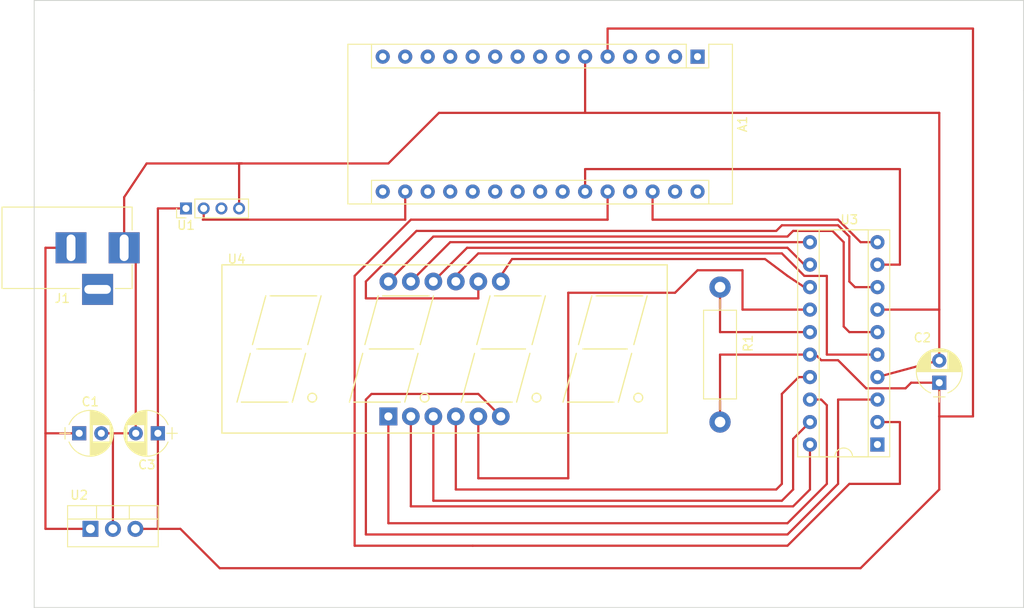
<source format=kicad_pcb>
(kicad_pcb (version 20171130) (host pcbnew 5.0.1-1.fc29)

  (general
    (thickness 1.6)
    (drawings 6)
    (tracks 150)
    (zones 0)
    (modules 10)
    (nets 21)
  )

  (page USLetter)
  (title_block
    (title "Temperature Display")
    (date 2018-11-23)
    (rev 0.1)
  )

  (layers
    (0 F.Cu signal)
    (31 B.Cu signal)
    (32 B.Adhes user hide)
    (33 F.Adhes user)
    (34 B.Paste user hide)
    (35 F.Paste user)
    (36 B.SilkS user hide)
    (37 F.SilkS user)
    (38 B.Mask user hide)
    (39 F.Mask user)
    (40 Dwgs.User user)
    (41 Cmts.User user)
    (42 Eco1.User user hide)
    (43 Eco2.User user hide)
    (44 Edge.Cuts user)
    (45 Margin user hide)
    (46 B.CrtYd user hide)
    (47 F.CrtYd user hide)
    (48 B.Fab user hide)
    (49 F.Fab user)
  )

  (setup
    (last_trace_width 0.25)
    (trace_clearance 0.2)
    (zone_clearance 0.508)
    (zone_45_only no)
    (trace_min 0.2)
    (segment_width 0.2)
    (edge_width 0.1)
    (via_size 0.6)
    (via_drill 0.4)
    (via_min_size 0.4)
    (via_min_drill 0.3)
    (uvia_size 0.3)
    (uvia_drill 0.1)
    (uvias_allowed no)
    (uvia_min_size 0.2)
    (uvia_min_drill 0.1)
    (pcb_text_width 0.3)
    (pcb_text_size 1.5 1.5)
    (mod_edge_width 0.15)
    (mod_text_size 1 1)
    (mod_text_width 0.15)
    (pad_size 1.5 1.5)
    (pad_drill 0.6)
    (pad_to_mask_clearance 0)
    (solder_mask_min_width 0.25)
    (aux_axis_origin 0 0)
    (grid_origin 116.84 124.46)
    (visible_elements FFFFFE7F)
    (pcbplotparams
      (layerselection 0x290ba_80000001)
      (usegerberextensions false)
      (usegerberattributes false)
      (usegerberadvancedattributes false)
      (creategerberjobfile false)
      (excludeedgelayer true)
      (linewidth 0.100000)
      (plotframeref false)
      (viasonmask false)
      (mode 1)
      (useauxorigin false)
      (hpglpennumber 1)
      (hpglpenspeed 20)
      (hpglpendiameter 15.000000)
      (psnegative false)
      (psa4output false)
      (plotreference true)
      (plotvalue true)
      (plotinvisibletext false)
      (padsonsilk false)
      (subtractmaskfromsilk false)
      (outputformat 1)
      (mirror false)
      (drillshape 0)
      (scaleselection 1)
      (outputdirectory "./"))
  )

  (net 0 "")
  (net 1 +9V)
  (net 2 GND)
  (net 3 +5V)
  (net 4 SENSOR)
  (net 5 CLK)
  (net 6 DIN)
  (net 7 CS)
  (net 8 "Net-(R1-Pad1)")
  (net 9 DIG0)
  (net 10 DIG2)
  (net 11 DIG3)
  (net 12 DIG1)
  (net 13 "Net-(U3-Pad11)")
  (net 14 "Net-(U3-Pad12)")
  (net 15 "Net-(U3-Pad13)")
  (net 16 "Net-(U3-Pad14)")
  (net 17 "Net-(U3-Pad17)")
  (net 18 "Net-(U3-Pad18)")
  (net 19 "Net-(U3-Pad19)")
  (net 20 "Net-(U3-Pad20)")

  (net_class Default "This is the default net class."
    (clearance 0.2)
    (trace_width 0.25)
    (via_dia 0.6)
    (via_drill 0.4)
    (uvia_dia 0.3)
    (uvia_drill 0.1)
    (add_net +5V)
    (add_net +9V)
    (add_net CLK)
    (add_net CS)
    (add_net DIG0)
    (add_net DIG1)
    (add_net DIG2)
    (add_net DIG3)
    (add_net DIN)
    (add_net GND)
    (add_net "Net-(R1-Pad1)")
    (add_net "Net-(U3-Pad11)")
    (add_net "Net-(U3-Pad12)")
    (add_net "Net-(U3-Pad13)")
    (add_net "Net-(U3-Pad14)")
    (add_net "Net-(U3-Pad17)")
    (add_net "Net-(U3-Pad18)")
    (add_net "Net-(U3-Pad19)")
    (add_net "Net-(U3-Pad20)")
    (add_net SENSOR)
  )

  (module TO_SOT_Packages_THT:TO-220_Vertical (layer F.Cu) (tedit 5BF8815E) (tstamp 5BF8FA6D)
    (at 127 120.65)
    (descr "TO-220, Vertical, RM 2.54mm")
    (tags "TO-220 Vertical RM 2.54mm")
    (path /5BF4BF82)
    (fp_text reference U2 (at -1.27 -3.81) (layer F.SilkS)
      (effects (font (size 1 1) (thickness 0.15)))
    )
    (fp_text value LM7805_TO220 (at 2.54 3.92) (layer F.Fab)
      (effects (font (size 1 1) (thickness 0.15)))
    )
    (fp_text user %R (at -1.27 -3.81) (layer F.Fab)
      (effects (font (size 1 1) (thickness 0.15)))
    )
    (fp_line (start -2.46 -2.5) (end -2.46 1.9) (layer F.Fab) (width 0.1))
    (fp_line (start -2.46 1.9) (end 7.54 1.9) (layer F.Fab) (width 0.1))
    (fp_line (start 7.54 1.9) (end 7.54 -2.5) (layer F.Fab) (width 0.1))
    (fp_line (start 7.54 -2.5) (end -2.46 -2.5) (layer F.Fab) (width 0.1))
    (fp_line (start -2.46 -1.23) (end 7.54 -1.23) (layer F.Fab) (width 0.1))
    (fp_line (start 0.69 -2.5) (end 0.69 -1.23) (layer F.Fab) (width 0.1))
    (fp_line (start 4.39 -2.5) (end 4.39 -1.23) (layer F.Fab) (width 0.1))
    (fp_line (start -2.58 -2.62) (end 7.66 -2.62) (layer F.SilkS) (width 0.12))
    (fp_line (start -2.58 2.021) (end 7.66 2.021) (layer F.SilkS) (width 0.12))
    (fp_line (start -2.58 -2.62) (end -2.58 2.021) (layer F.SilkS) (width 0.12))
    (fp_line (start 7.66 -2.62) (end 7.66 2.021) (layer F.SilkS) (width 0.12))
    (fp_line (start -2.58 -1.11) (end 7.66 -1.11) (layer F.SilkS) (width 0.12))
    (fp_line (start 0.69 -2.62) (end 0.69 -1.11) (layer F.SilkS) (width 0.12))
    (fp_line (start 4.391 -2.62) (end 4.391 -1.11) (layer F.SilkS) (width 0.12))
    (fp_line (start -2.71 -2.75) (end -2.71 2.16) (layer F.CrtYd) (width 0.05))
    (fp_line (start -2.71 2.16) (end 7.79 2.16) (layer F.CrtYd) (width 0.05))
    (fp_line (start 7.79 2.16) (end 7.79 -2.75) (layer F.CrtYd) (width 0.05))
    (fp_line (start 7.79 -2.75) (end -2.71 -2.75) (layer F.CrtYd) (width 0.05))
    (pad 1 thru_hole rect (at 0 0) (size 1.8 1.8) (drill 1) (layers *.Cu *.Mask)
      (net 1 +9V))
    (pad 2 thru_hole oval (at 2.54 0) (size 1.8 1.8) (drill 1) (layers *.Cu *.Mask)
      (net 2 GND))
    (pad 3 thru_hole oval (at 5.08 0) (size 1.8 1.8) (drill 1) (layers *.Cu *.Mask)
      (net 3 +5V))
    (model ${KISYS3DMOD}/TO_SOT_Packages_THT.3dshapes/TO-220_Vertical.wrl
      (offset (xyz 2.539999961853027 0 0))
      (scale (xyz 0.393701 0.393701 0.393701))
      (rotate (xyz 0 0 0))
    )
  )

  (module Connectors:BARREL_JACK (layer F.Cu) (tedit 5BF88082) (tstamp 5BF8F9D7)
    (at 130.81 88.9)
    (descr "DC Barrel Jack")
    (tags "Power Jack")
    (path /5BF4C195)
    (fp_text reference J1 (at -6.985 5.715 180) (layer F.SilkS)
      (effects (font (size 1 1) (thickness 0.15)))
    )
    (fp_text value Jack-DC (at 2.54 0 270) (layer F.Fab)
      (effects (font (size 1 1) (thickness 0.15)))
    )
    (fp_line (start 1 -4.5) (end 1 -4.75) (layer F.CrtYd) (width 0.05))
    (fp_line (start 1 -4.75) (end -14 -4.75) (layer F.CrtYd) (width 0.05))
    (fp_line (start 1 -4.5) (end 1 -2) (layer F.CrtYd) (width 0.05))
    (fp_line (start 1 -2) (end 2 -2) (layer F.CrtYd) (width 0.05))
    (fp_line (start 2 -2) (end 2 2) (layer F.CrtYd) (width 0.05))
    (fp_line (start 2 2) (end 1 2) (layer F.CrtYd) (width 0.05))
    (fp_line (start 1 2) (end 1 4.75) (layer F.CrtYd) (width 0.05))
    (fp_line (start 1 4.75) (end -1 4.75) (layer F.CrtYd) (width 0.05))
    (fp_line (start -1 4.75) (end -1 6.75) (layer F.CrtYd) (width 0.05))
    (fp_line (start -1 6.75) (end -5 6.75) (layer F.CrtYd) (width 0.05))
    (fp_line (start -5 6.75) (end -5 4.75) (layer F.CrtYd) (width 0.05))
    (fp_line (start -5 4.75) (end -14 4.75) (layer F.CrtYd) (width 0.05))
    (fp_line (start -14 4.75) (end -14 -4.75) (layer F.CrtYd) (width 0.05))
    (fp_line (start -5 4.6) (end -13.8 4.6) (layer F.SilkS) (width 0.12))
    (fp_line (start -13.8 4.6) (end -13.8 -4.6) (layer F.SilkS) (width 0.12))
    (fp_line (start 0.9 1.9) (end 0.9 4.6) (layer F.SilkS) (width 0.12))
    (fp_line (start 0.9 4.6) (end -1 4.6) (layer F.SilkS) (width 0.12))
    (fp_line (start -13.8 -4.6) (end 0.9 -4.6) (layer F.SilkS) (width 0.12))
    (fp_line (start 0.9 -4.6) (end 0.9 -2) (layer F.SilkS) (width 0.12))
    (fp_line (start -10.2 -4.5) (end -10.2 4.5) (layer F.Fab) (width 0.1))
    (fp_line (start -13.7 -4.5) (end -13.7 4.5) (layer F.Fab) (width 0.1))
    (fp_line (start -13.7 4.5) (end 0.8 4.5) (layer F.Fab) (width 0.1))
    (fp_line (start 0.8 4.5) (end 0.8 -4.5) (layer F.Fab) (width 0.1))
    (fp_line (start 0.8 -4.5) (end -13.7 -4.5) (layer F.Fab) (width 0.1))
    (pad 1 thru_hole rect (at 0 0) (size 3.5 3.5) (drill oval 1 3) (layers *.Cu *.Mask)
      (net 2 GND))
    (pad 2 thru_hole rect (at -6 0) (size 3.5 3.5) (drill oval 1 3) (layers *.Cu *.Mask)
      (net 1 +9V))
    (pad 3 thru_hole rect (at -3 4.7) (size 3.5 3.5) (drill oval 3 1) (layers *.Cu *.Mask))
  )

  (module Displays_7-Segment:Cx56-12 (layer F.Cu) (tedit 5BF87FF5) (tstamp 5BF8FACC)
    (at 160.655 107.95)
    (descr "4x7-segments, 14 mm, Kingbright CA56-12 and CC56-12 displays")
    (tags "7-segments display")
    (path /5BF4BE5F)
    (fp_text reference U4 (at -17.145 -17.78) (layer F.SilkS)
      (effects (font (size 1 1) (thickness 0.15)))
    )
    (fp_text value CA56-12CGKWA (at -12.065 1.27) (layer F.Fab)
      (effects (font (size 1 1) (thickness 0.15)))
    )
    (fp_line (start 31.75 2.15) (end -19.05 2.15) (layer F.CrtYd) (width 0.05))
    (fp_line (start 31.75 -17.35) (end 31.75 2.15) (layer F.CrtYd) (width 0.05))
    (fp_line (start -19.05 -17.35) (end 31.75 -17.35) (layer F.CrtYd) (width 0.05))
    (fp_line (start -19.05 2.15) (end -19.05 -17.35) (layer F.CrtYd) (width 0.05))
    (fp_line (start 31.5 1.88) (end -18.8 1.88) (layer F.SilkS) (width 0.15))
    (fp_line (start -18.8 1.88) (end -18.8 -17.12) (layer F.SilkS) (width 0.15))
    (fp_line (start -18.8 -17.12) (end 31.5 -17.12) (layer F.SilkS) (width 0.15))
    (fp_line (start 31.5 -17.12) (end 31.5 1.88) (layer F.SilkS) (width 0.15))
    (fp_line (start 21.98 -7.62) (end 26.98 -7.62) (layer F.SilkS) (width 0.15))
    (fp_line (start 20.23 -1.62) (end 25.48 -1.62) (layer F.SilkS) (width 0.15))
    (fp_line (start 27.73 -8.12) (end 29.23 -13.62) (layer F.SilkS) (width 0.15))
    (fp_line (start 25.98 -1.62) (end 27.48 -7.12) (layer F.SilkS) (width 0.15))
    (fp_line (start 21.48 -8.12) (end 22.98 -13.62) (layer F.SilkS) (width 0.15))
    (fp_line (start 19.73 -1.62) (end 21.23 -7.12) (layer F.SilkS) (width 0.15))
    (fp_line (start 23.48 -13.62) (end 28.73 -13.62) (layer F.SilkS) (width 0.15))
    (fp_line (start -14.85 -7.62) (end -9.85 -7.62) (layer F.SilkS) (width 0.15))
    (fp_line (start -16.6 -1.62) (end -11.35 -1.62) (layer F.SilkS) (width 0.15))
    (fp_line (start -9.1 -8.12) (end -7.6 -13.62) (layer F.SilkS) (width 0.15))
    (fp_line (start -10.85 -1.62) (end -9.35 -7.12) (layer F.SilkS) (width 0.15))
    (fp_line (start -15.35 -8.12) (end -13.85 -13.62) (layer F.SilkS) (width 0.15))
    (fp_line (start -17.1 -1.62) (end -15.6 -7.12) (layer F.SilkS) (width 0.15))
    (fp_line (start -13.35 -13.62) (end -8.1 -13.62) (layer F.SilkS) (width 0.15))
    (fp_line (start -0.65 -13.62) (end 4.6 -13.62) (layer F.SilkS) (width 0.15))
    (fp_line (start -4.4 -1.62) (end -2.9 -7.12) (layer F.SilkS) (width 0.15))
    (fp_line (start -2.65 -8.12) (end -1.15 -13.62) (layer F.SilkS) (width 0.15))
    (fp_line (start 1.85 -1.62) (end 3.35 -7.12) (layer F.SilkS) (width 0.15))
    (fp_line (start 3.6 -8.12) (end 5.1 -13.62) (layer F.SilkS) (width 0.15))
    (fp_line (start -3.9 -1.62) (end 1.35 -1.62) (layer F.SilkS) (width 0.15))
    (fp_line (start -2.15 -7.62) (end 2.85 -7.62) (layer F.SilkS) (width 0.15))
    (fp_line (start 16.235 -8.12) (end 17.735 -13.62) (layer F.SilkS) (width 0.15))
    (fp_line (start 11.985 -13.62) (end 17.235 -13.62) (layer F.SilkS) (width 0.15))
    (fp_line (start 9.985 -8.12) (end 11.485 -13.62) (layer F.SilkS) (width 0.15))
    (fp_line (start 10.485 -7.62) (end 15.485 -7.62) (layer F.SilkS) (width 0.15))
    (fp_line (start 8.735 -1.62) (end 13.985 -1.62) (layer F.SilkS) (width 0.15))
    (fp_line (start 8.235 -1.62) (end 9.735 -7.12) (layer F.SilkS) (width 0.15))
    (fp_line (start 14.485 -1.62) (end 15.985 -7.12) (layer F.SilkS) (width 0.15))
    (fp_circle (center 28.23 -2.12) (end 28.23 -1.62) (layer F.SilkS) (width 0.15))
    (fp_circle (center -8.6 -2.12) (end -8.6 -1.62) (layer F.SilkS) (width 0.15))
    (fp_circle (center 16.735 -2.12) (end 16.735 -1.62) (layer F.SilkS) (width 0.15))
    (fp_circle (center 4.1 -2.12) (end 4.1 -1.62) (layer F.SilkS) (width 0.15))
    (pad 1 thru_hole rect (at 0 0) (size 2.032 2.032) (drill 0.9144) (layers *.Cu *.Mask)
      (net 18 "Net-(U3-Pad18)"))
    (pad 2 thru_hole circle (at 2.54 0) (size 2 2) (drill 1) (layers *.Cu *.Mask)
      (net 20 "Net-(U3-Pad20)"))
    (pad 3 thru_hole circle (at 5.08 0) (size 2 2) (drill 1) (layers *.Cu *.Mask)
      (net 19 "Net-(U3-Pad19)"))
    (pad 4 thru_hole circle (at 7.62 0) (size 2 2) (drill 1) (layers *.Cu *.Mask)
      (net 17 "Net-(U3-Pad17)"))
    (pad 5 thru_hole circle (at 10.16 0) (size 2 2) (drill 1) (layers *.Cu *.Mask)
      (net 16 "Net-(U3-Pad14)"))
    (pad 6 thru_hole circle (at 12.7 0) (size 2 2) (drill 1) (layers *.Cu *.Mask)
      (net 9 DIG0))
    (pad 9 thru_hole circle (at 7.62 -15.24) (size 2 2) (drill 1) (layers *.Cu *.Mask)
      (net 10 DIG2))
    (pad 8 thru_hole circle (at 10.16 -15.24) (size 2 2) (drill 1) (layers *.Cu *.Mask)
      (net 12 DIG1))
    (pad 12 thru_hole circle (at 0 -15.24) (size 2 2) (drill 1) (layers *.Cu *.Mask)
      (net 11 DIG3))
    (pad 11 thru_hole circle (at 2.54 -15.24) (size 2 2) (drill 1) (layers *.Cu *.Mask)
      (net 13 "Net-(U3-Pad11)"))
    (pad 7 thru_hole circle (at 12.7 -15.24) (size 2 2) (drill 1) (layers *.Cu *.Mask)
      (net 15 "Net-(U3-Pad13)"))
    (pad 10 thru_hole circle (at 5.08 -15.24) (size 2 2) (drill 1) (layers *.Cu *.Mask)
      (net 14 "Net-(U3-Pad12)"))
    (model Displays_7-Segment.3dshapes/Cx56-12.wrl
      (offset (xyz 6.45159990310669 7.619999885559082 0.9999979849815369))
      (scale (xyz 0.393701 0.393701 0.393701))
      (rotate (xyz 0 0 0))
    )
  )

  (module Capacitors_THT:CP_Radial_D5.0mm_P2.50mm (layer F.Cu) (tedit 58765D06) (tstamp 5C029A0E)
    (at 125.73 109.855)
    (descr "CP, Radial series, Radial, pin pitch=2.50mm, , diameter=5mm, Electrolytic Capacitor")
    (tags "CP Radial series Radial pin pitch 2.50mm  diameter 5mm Electrolytic Capacitor")
    (path /5BF4C089)
    (fp_text reference C1 (at 1.25 -3.56) (layer F.SilkS)
      (effects (font (size 1 1) (thickness 0.15)))
    )
    (fp_text value 330nF (at 1.25 3.56) (layer F.Fab)
      (effects (font (size 1 1) (thickness 0.15)))
    )
    (fp_arc (start 1.25 0) (end -1.147436 -0.98) (angle 135.5) (layer F.SilkS) (width 0.12))
    (fp_arc (start 1.25 0) (end -1.147436 0.98) (angle -135.5) (layer F.SilkS) (width 0.12))
    (fp_arc (start 1.25 0) (end 3.647436 -0.98) (angle 44.5) (layer F.SilkS) (width 0.12))
    (fp_circle (center 1.25 0) (end 3.75 0) (layer F.Fab) (width 0.1))
    (fp_line (start -2.2 0) (end -1 0) (layer F.Fab) (width 0.1))
    (fp_line (start -1.6 -0.65) (end -1.6 0.65) (layer F.Fab) (width 0.1))
    (fp_line (start 1.25 -2.55) (end 1.25 2.55) (layer F.SilkS) (width 0.12))
    (fp_line (start 1.29 -2.55) (end 1.29 2.55) (layer F.SilkS) (width 0.12))
    (fp_line (start 1.33 -2.549) (end 1.33 2.549) (layer F.SilkS) (width 0.12))
    (fp_line (start 1.37 -2.548) (end 1.37 2.548) (layer F.SilkS) (width 0.12))
    (fp_line (start 1.41 -2.546) (end 1.41 2.546) (layer F.SilkS) (width 0.12))
    (fp_line (start 1.45 -2.543) (end 1.45 2.543) (layer F.SilkS) (width 0.12))
    (fp_line (start 1.49 -2.539) (end 1.49 2.539) (layer F.SilkS) (width 0.12))
    (fp_line (start 1.53 -2.535) (end 1.53 -0.98) (layer F.SilkS) (width 0.12))
    (fp_line (start 1.53 0.98) (end 1.53 2.535) (layer F.SilkS) (width 0.12))
    (fp_line (start 1.57 -2.531) (end 1.57 -0.98) (layer F.SilkS) (width 0.12))
    (fp_line (start 1.57 0.98) (end 1.57 2.531) (layer F.SilkS) (width 0.12))
    (fp_line (start 1.61 -2.525) (end 1.61 -0.98) (layer F.SilkS) (width 0.12))
    (fp_line (start 1.61 0.98) (end 1.61 2.525) (layer F.SilkS) (width 0.12))
    (fp_line (start 1.65 -2.519) (end 1.65 -0.98) (layer F.SilkS) (width 0.12))
    (fp_line (start 1.65 0.98) (end 1.65 2.519) (layer F.SilkS) (width 0.12))
    (fp_line (start 1.69 -2.513) (end 1.69 -0.98) (layer F.SilkS) (width 0.12))
    (fp_line (start 1.69 0.98) (end 1.69 2.513) (layer F.SilkS) (width 0.12))
    (fp_line (start 1.73 -2.506) (end 1.73 -0.98) (layer F.SilkS) (width 0.12))
    (fp_line (start 1.73 0.98) (end 1.73 2.506) (layer F.SilkS) (width 0.12))
    (fp_line (start 1.77 -2.498) (end 1.77 -0.98) (layer F.SilkS) (width 0.12))
    (fp_line (start 1.77 0.98) (end 1.77 2.498) (layer F.SilkS) (width 0.12))
    (fp_line (start 1.81 -2.489) (end 1.81 -0.98) (layer F.SilkS) (width 0.12))
    (fp_line (start 1.81 0.98) (end 1.81 2.489) (layer F.SilkS) (width 0.12))
    (fp_line (start 1.85 -2.48) (end 1.85 -0.98) (layer F.SilkS) (width 0.12))
    (fp_line (start 1.85 0.98) (end 1.85 2.48) (layer F.SilkS) (width 0.12))
    (fp_line (start 1.89 -2.47) (end 1.89 -0.98) (layer F.SilkS) (width 0.12))
    (fp_line (start 1.89 0.98) (end 1.89 2.47) (layer F.SilkS) (width 0.12))
    (fp_line (start 1.93 -2.46) (end 1.93 -0.98) (layer F.SilkS) (width 0.12))
    (fp_line (start 1.93 0.98) (end 1.93 2.46) (layer F.SilkS) (width 0.12))
    (fp_line (start 1.971 -2.448) (end 1.971 -0.98) (layer F.SilkS) (width 0.12))
    (fp_line (start 1.971 0.98) (end 1.971 2.448) (layer F.SilkS) (width 0.12))
    (fp_line (start 2.011 -2.436) (end 2.011 -0.98) (layer F.SilkS) (width 0.12))
    (fp_line (start 2.011 0.98) (end 2.011 2.436) (layer F.SilkS) (width 0.12))
    (fp_line (start 2.051 -2.424) (end 2.051 -0.98) (layer F.SilkS) (width 0.12))
    (fp_line (start 2.051 0.98) (end 2.051 2.424) (layer F.SilkS) (width 0.12))
    (fp_line (start 2.091 -2.41) (end 2.091 -0.98) (layer F.SilkS) (width 0.12))
    (fp_line (start 2.091 0.98) (end 2.091 2.41) (layer F.SilkS) (width 0.12))
    (fp_line (start 2.131 -2.396) (end 2.131 -0.98) (layer F.SilkS) (width 0.12))
    (fp_line (start 2.131 0.98) (end 2.131 2.396) (layer F.SilkS) (width 0.12))
    (fp_line (start 2.171 -2.382) (end 2.171 -0.98) (layer F.SilkS) (width 0.12))
    (fp_line (start 2.171 0.98) (end 2.171 2.382) (layer F.SilkS) (width 0.12))
    (fp_line (start 2.211 -2.366) (end 2.211 -0.98) (layer F.SilkS) (width 0.12))
    (fp_line (start 2.211 0.98) (end 2.211 2.366) (layer F.SilkS) (width 0.12))
    (fp_line (start 2.251 -2.35) (end 2.251 -0.98) (layer F.SilkS) (width 0.12))
    (fp_line (start 2.251 0.98) (end 2.251 2.35) (layer F.SilkS) (width 0.12))
    (fp_line (start 2.291 -2.333) (end 2.291 -0.98) (layer F.SilkS) (width 0.12))
    (fp_line (start 2.291 0.98) (end 2.291 2.333) (layer F.SilkS) (width 0.12))
    (fp_line (start 2.331 -2.315) (end 2.331 -0.98) (layer F.SilkS) (width 0.12))
    (fp_line (start 2.331 0.98) (end 2.331 2.315) (layer F.SilkS) (width 0.12))
    (fp_line (start 2.371 -2.296) (end 2.371 -0.98) (layer F.SilkS) (width 0.12))
    (fp_line (start 2.371 0.98) (end 2.371 2.296) (layer F.SilkS) (width 0.12))
    (fp_line (start 2.411 -2.276) (end 2.411 -0.98) (layer F.SilkS) (width 0.12))
    (fp_line (start 2.411 0.98) (end 2.411 2.276) (layer F.SilkS) (width 0.12))
    (fp_line (start 2.451 -2.256) (end 2.451 -0.98) (layer F.SilkS) (width 0.12))
    (fp_line (start 2.451 0.98) (end 2.451 2.256) (layer F.SilkS) (width 0.12))
    (fp_line (start 2.491 -2.234) (end 2.491 -0.98) (layer F.SilkS) (width 0.12))
    (fp_line (start 2.491 0.98) (end 2.491 2.234) (layer F.SilkS) (width 0.12))
    (fp_line (start 2.531 -2.212) (end 2.531 -0.98) (layer F.SilkS) (width 0.12))
    (fp_line (start 2.531 0.98) (end 2.531 2.212) (layer F.SilkS) (width 0.12))
    (fp_line (start 2.571 -2.189) (end 2.571 -0.98) (layer F.SilkS) (width 0.12))
    (fp_line (start 2.571 0.98) (end 2.571 2.189) (layer F.SilkS) (width 0.12))
    (fp_line (start 2.611 -2.165) (end 2.611 -0.98) (layer F.SilkS) (width 0.12))
    (fp_line (start 2.611 0.98) (end 2.611 2.165) (layer F.SilkS) (width 0.12))
    (fp_line (start 2.651 -2.14) (end 2.651 -0.98) (layer F.SilkS) (width 0.12))
    (fp_line (start 2.651 0.98) (end 2.651 2.14) (layer F.SilkS) (width 0.12))
    (fp_line (start 2.691 -2.113) (end 2.691 -0.98) (layer F.SilkS) (width 0.12))
    (fp_line (start 2.691 0.98) (end 2.691 2.113) (layer F.SilkS) (width 0.12))
    (fp_line (start 2.731 -2.086) (end 2.731 -0.98) (layer F.SilkS) (width 0.12))
    (fp_line (start 2.731 0.98) (end 2.731 2.086) (layer F.SilkS) (width 0.12))
    (fp_line (start 2.771 -2.058) (end 2.771 -0.98) (layer F.SilkS) (width 0.12))
    (fp_line (start 2.771 0.98) (end 2.771 2.058) (layer F.SilkS) (width 0.12))
    (fp_line (start 2.811 -2.028) (end 2.811 -0.98) (layer F.SilkS) (width 0.12))
    (fp_line (start 2.811 0.98) (end 2.811 2.028) (layer F.SilkS) (width 0.12))
    (fp_line (start 2.851 -1.997) (end 2.851 -0.98) (layer F.SilkS) (width 0.12))
    (fp_line (start 2.851 0.98) (end 2.851 1.997) (layer F.SilkS) (width 0.12))
    (fp_line (start 2.891 -1.965) (end 2.891 -0.98) (layer F.SilkS) (width 0.12))
    (fp_line (start 2.891 0.98) (end 2.891 1.965) (layer F.SilkS) (width 0.12))
    (fp_line (start 2.931 -1.932) (end 2.931 -0.98) (layer F.SilkS) (width 0.12))
    (fp_line (start 2.931 0.98) (end 2.931 1.932) (layer F.SilkS) (width 0.12))
    (fp_line (start 2.971 -1.897) (end 2.971 -0.98) (layer F.SilkS) (width 0.12))
    (fp_line (start 2.971 0.98) (end 2.971 1.897) (layer F.SilkS) (width 0.12))
    (fp_line (start 3.011 -1.861) (end 3.011 -0.98) (layer F.SilkS) (width 0.12))
    (fp_line (start 3.011 0.98) (end 3.011 1.861) (layer F.SilkS) (width 0.12))
    (fp_line (start 3.051 -1.823) (end 3.051 -0.98) (layer F.SilkS) (width 0.12))
    (fp_line (start 3.051 0.98) (end 3.051 1.823) (layer F.SilkS) (width 0.12))
    (fp_line (start 3.091 -1.783) (end 3.091 -0.98) (layer F.SilkS) (width 0.12))
    (fp_line (start 3.091 0.98) (end 3.091 1.783) (layer F.SilkS) (width 0.12))
    (fp_line (start 3.131 -1.742) (end 3.131 -0.98) (layer F.SilkS) (width 0.12))
    (fp_line (start 3.131 0.98) (end 3.131 1.742) (layer F.SilkS) (width 0.12))
    (fp_line (start 3.171 -1.699) (end 3.171 -0.98) (layer F.SilkS) (width 0.12))
    (fp_line (start 3.171 0.98) (end 3.171 1.699) (layer F.SilkS) (width 0.12))
    (fp_line (start 3.211 -1.654) (end 3.211 -0.98) (layer F.SilkS) (width 0.12))
    (fp_line (start 3.211 0.98) (end 3.211 1.654) (layer F.SilkS) (width 0.12))
    (fp_line (start 3.251 -1.606) (end 3.251 -0.98) (layer F.SilkS) (width 0.12))
    (fp_line (start 3.251 0.98) (end 3.251 1.606) (layer F.SilkS) (width 0.12))
    (fp_line (start 3.291 -1.556) (end 3.291 -0.98) (layer F.SilkS) (width 0.12))
    (fp_line (start 3.291 0.98) (end 3.291 1.556) (layer F.SilkS) (width 0.12))
    (fp_line (start 3.331 -1.504) (end 3.331 -0.98) (layer F.SilkS) (width 0.12))
    (fp_line (start 3.331 0.98) (end 3.331 1.504) (layer F.SilkS) (width 0.12))
    (fp_line (start 3.371 -1.448) (end 3.371 -0.98) (layer F.SilkS) (width 0.12))
    (fp_line (start 3.371 0.98) (end 3.371 1.448) (layer F.SilkS) (width 0.12))
    (fp_line (start 3.411 -1.39) (end 3.411 -0.98) (layer F.SilkS) (width 0.12))
    (fp_line (start 3.411 0.98) (end 3.411 1.39) (layer F.SilkS) (width 0.12))
    (fp_line (start 3.451 -1.327) (end 3.451 -0.98) (layer F.SilkS) (width 0.12))
    (fp_line (start 3.451 0.98) (end 3.451 1.327) (layer F.SilkS) (width 0.12))
    (fp_line (start 3.491 -1.261) (end 3.491 1.261) (layer F.SilkS) (width 0.12))
    (fp_line (start 3.531 -1.189) (end 3.531 1.189) (layer F.SilkS) (width 0.12))
    (fp_line (start 3.571 -1.112) (end 3.571 1.112) (layer F.SilkS) (width 0.12))
    (fp_line (start 3.611 -1.028) (end 3.611 1.028) (layer F.SilkS) (width 0.12))
    (fp_line (start 3.651 -0.934) (end 3.651 0.934) (layer F.SilkS) (width 0.12))
    (fp_line (start 3.691 -0.829) (end 3.691 0.829) (layer F.SilkS) (width 0.12))
    (fp_line (start 3.731 -0.707) (end 3.731 0.707) (layer F.SilkS) (width 0.12))
    (fp_line (start 3.771 -0.559) (end 3.771 0.559) (layer F.SilkS) (width 0.12))
    (fp_line (start 3.811 -0.354) (end 3.811 0.354) (layer F.SilkS) (width 0.12))
    (fp_line (start -2.2 0) (end -1 0) (layer F.SilkS) (width 0.12))
    (fp_line (start -1.6 -0.65) (end -1.6 0.65) (layer F.SilkS) (width 0.12))
    (fp_line (start -1.6 -2.85) (end -1.6 2.85) (layer F.CrtYd) (width 0.05))
    (fp_line (start -1.6 2.85) (end 4.1 2.85) (layer F.CrtYd) (width 0.05))
    (fp_line (start 4.1 2.85) (end 4.1 -2.85) (layer F.CrtYd) (width 0.05))
    (fp_line (start 4.1 -2.85) (end -1.6 -2.85) (layer F.CrtYd) (width 0.05))
    (pad 1 thru_hole rect (at 0 0) (size 1.6 1.6) (drill 0.8) (layers *.Cu *.Mask)
      (net 1 +9V))
    (pad 2 thru_hole circle (at 2.5 0) (size 1.6 1.6) (drill 0.8) (layers *.Cu *.Mask)
      (net 2 GND))
    (model Capacitors_THT.3dshapes/CP_Radial_D5.0mm_P2.50mm.wrl
      (at (xyz 0 0 0))
      (scale (xyz 0.393701 0.393701 0.393701))
      (rotate (xyz 0 0 0))
    )
  )

  (module Capacitors_THT:CP_Radial_D5.0mm_P2.50mm (layer F.Cu) (tedit 5BF881AB) (tstamp 5C029A91)
    (at 222.885 104.14 90)
    (descr "CP, Radial series, Radial, pin pitch=2.50mm, , diameter=5mm, Electrolytic Capacitor")
    (tags "CP Radial series Radial pin pitch 2.50mm  diameter 5mm Electrolytic Capacitor")
    (path /5BF4C11A)
    (fp_text reference C2 (at 5.08 -1.905 180) (layer F.SilkS)
      (effects (font (size 1 1) (thickness 0.15)))
    )
    (fp_text value 100nF (at 1.25 3.56 90) (layer F.Fab)
      (effects (font (size 1 1) (thickness 0.15)))
    )
    (fp_arc (start 1.25 0) (end -1.147436 -0.98) (angle 135.5) (layer F.SilkS) (width 0.12))
    (fp_arc (start 1.25 0) (end -1.147436 0.98) (angle -135.5) (layer F.SilkS) (width 0.12))
    (fp_arc (start 1.25 0) (end 3.647436 -0.98) (angle 44.5) (layer F.SilkS) (width 0.12))
    (fp_circle (center 1.25 0) (end 3.75 0) (layer F.Fab) (width 0.1))
    (fp_line (start -2.2 0) (end -1 0) (layer F.Fab) (width 0.1))
    (fp_line (start -1.6 -0.65) (end -1.6 0.65) (layer F.Fab) (width 0.1))
    (fp_line (start 1.25 -2.55) (end 1.25 2.55) (layer F.SilkS) (width 0.12))
    (fp_line (start 1.29 -2.55) (end 1.29 2.55) (layer F.SilkS) (width 0.12))
    (fp_line (start 1.33 -2.549) (end 1.33 2.549) (layer F.SilkS) (width 0.12))
    (fp_line (start 1.37 -2.548) (end 1.37 2.548) (layer F.SilkS) (width 0.12))
    (fp_line (start 1.41 -2.546) (end 1.41 2.546) (layer F.SilkS) (width 0.12))
    (fp_line (start 1.45 -2.543) (end 1.45 2.543) (layer F.SilkS) (width 0.12))
    (fp_line (start 1.49 -2.539) (end 1.49 2.539) (layer F.SilkS) (width 0.12))
    (fp_line (start 1.53 -2.535) (end 1.53 -0.98) (layer F.SilkS) (width 0.12))
    (fp_line (start 1.53 0.98) (end 1.53 2.535) (layer F.SilkS) (width 0.12))
    (fp_line (start 1.57 -2.531) (end 1.57 -0.98) (layer F.SilkS) (width 0.12))
    (fp_line (start 1.57 0.98) (end 1.57 2.531) (layer F.SilkS) (width 0.12))
    (fp_line (start 1.61 -2.525) (end 1.61 -0.98) (layer F.SilkS) (width 0.12))
    (fp_line (start 1.61 0.98) (end 1.61 2.525) (layer F.SilkS) (width 0.12))
    (fp_line (start 1.65 -2.519) (end 1.65 -0.98) (layer F.SilkS) (width 0.12))
    (fp_line (start 1.65 0.98) (end 1.65 2.519) (layer F.SilkS) (width 0.12))
    (fp_line (start 1.69 -2.513) (end 1.69 -0.98) (layer F.SilkS) (width 0.12))
    (fp_line (start 1.69 0.98) (end 1.69 2.513) (layer F.SilkS) (width 0.12))
    (fp_line (start 1.73 -2.506) (end 1.73 -0.98) (layer F.SilkS) (width 0.12))
    (fp_line (start 1.73 0.98) (end 1.73 2.506) (layer F.SilkS) (width 0.12))
    (fp_line (start 1.77 -2.498) (end 1.77 -0.98) (layer F.SilkS) (width 0.12))
    (fp_line (start 1.77 0.98) (end 1.77 2.498) (layer F.SilkS) (width 0.12))
    (fp_line (start 1.81 -2.489) (end 1.81 -0.98) (layer F.SilkS) (width 0.12))
    (fp_line (start 1.81 0.98) (end 1.81 2.489) (layer F.SilkS) (width 0.12))
    (fp_line (start 1.85 -2.48) (end 1.85 -0.98) (layer F.SilkS) (width 0.12))
    (fp_line (start 1.85 0.98) (end 1.85 2.48) (layer F.SilkS) (width 0.12))
    (fp_line (start 1.89 -2.47) (end 1.89 -0.98) (layer F.SilkS) (width 0.12))
    (fp_line (start 1.89 0.98) (end 1.89 2.47) (layer F.SilkS) (width 0.12))
    (fp_line (start 1.93 -2.46) (end 1.93 -0.98) (layer F.SilkS) (width 0.12))
    (fp_line (start 1.93 0.98) (end 1.93 2.46) (layer F.SilkS) (width 0.12))
    (fp_line (start 1.971 -2.448) (end 1.971 -0.98) (layer F.SilkS) (width 0.12))
    (fp_line (start 1.971 0.98) (end 1.971 2.448) (layer F.SilkS) (width 0.12))
    (fp_line (start 2.011 -2.436) (end 2.011 -0.98) (layer F.SilkS) (width 0.12))
    (fp_line (start 2.011 0.98) (end 2.011 2.436) (layer F.SilkS) (width 0.12))
    (fp_line (start 2.051 -2.424) (end 2.051 -0.98) (layer F.SilkS) (width 0.12))
    (fp_line (start 2.051 0.98) (end 2.051 2.424) (layer F.SilkS) (width 0.12))
    (fp_line (start 2.091 -2.41) (end 2.091 -0.98) (layer F.SilkS) (width 0.12))
    (fp_line (start 2.091 0.98) (end 2.091 2.41) (layer F.SilkS) (width 0.12))
    (fp_line (start 2.131 -2.396) (end 2.131 -0.98) (layer F.SilkS) (width 0.12))
    (fp_line (start 2.131 0.98) (end 2.131 2.396) (layer F.SilkS) (width 0.12))
    (fp_line (start 2.171 -2.382) (end 2.171 -0.98) (layer F.SilkS) (width 0.12))
    (fp_line (start 2.171 0.98) (end 2.171 2.382) (layer F.SilkS) (width 0.12))
    (fp_line (start 2.211 -2.366) (end 2.211 -0.98) (layer F.SilkS) (width 0.12))
    (fp_line (start 2.211 0.98) (end 2.211 2.366) (layer F.SilkS) (width 0.12))
    (fp_line (start 2.251 -2.35) (end 2.251 -0.98) (layer F.SilkS) (width 0.12))
    (fp_line (start 2.251 0.98) (end 2.251 2.35) (layer F.SilkS) (width 0.12))
    (fp_line (start 2.291 -2.333) (end 2.291 -0.98) (layer F.SilkS) (width 0.12))
    (fp_line (start 2.291 0.98) (end 2.291 2.333) (layer F.SilkS) (width 0.12))
    (fp_line (start 2.331 -2.315) (end 2.331 -0.98) (layer F.SilkS) (width 0.12))
    (fp_line (start 2.331 0.98) (end 2.331 2.315) (layer F.SilkS) (width 0.12))
    (fp_line (start 2.371 -2.296) (end 2.371 -0.98) (layer F.SilkS) (width 0.12))
    (fp_line (start 2.371 0.98) (end 2.371 2.296) (layer F.SilkS) (width 0.12))
    (fp_line (start 2.411 -2.276) (end 2.411 -0.98) (layer F.SilkS) (width 0.12))
    (fp_line (start 2.411 0.98) (end 2.411 2.276) (layer F.SilkS) (width 0.12))
    (fp_line (start 2.451 -2.256) (end 2.451 -0.98) (layer F.SilkS) (width 0.12))
    (fp_line (start 2.451 0.98) (end 2.451 2.256) (layer F.SilkS) (width 0.12))
    (fp_line (start 2.491 -2.234) (end 2.491 -0.98) (layer F.SilkS) (width 0.12))
    (fp_line (start 2.491 0.98) (end 2.491 2.234) (layer F.SilkS) (width 0.12))
    (fp_line (start 2.531 -2.212) (end 2.531 -0.98) (layer F.SilkS) (width 0.12))
    (fp_line (start 2.531 0.98) (end 2.531 2.212) (layer F.SilkS) (width 0.12))
    (fp_line (start 2.571 -2.189) (end 2.571 -0.98) (layer F.SilkS) (width 0.12))
    (fp_line (start 2.571 0.98) (end 2.571 2.189) (layer F.SilkS) (width 0.12))
    (fp_line (start 2.611 -2.165) (end 2.611 -0.98) (layer F.SilkS) (width 0.12))
    (fp_line (start 2.611 0.98) (end 2.611 2.165) (layer F.SilkS) (width 0.12))
    (fp_line (start 2.651 -2.14) (end 2.651 -0.98) (layer F.SilkS) (width 0.12))
    (fp_line (start 2.651 0.98) (end 2.651 2.14) (layer F.SilkS) (width 0.12))
    (fp_line (start 2.691 -2.113) (end 2.691 -0.98) (layer F.SilkS) (width 0.12))
    (fp_line (start 2.691 0.98) (end 2.691 2.113) (layer F.SilkS) (width 0.12))
    (fp_line (start 2.731 -2.086) (end 2.731 -0.98) (layer F.SilkS) (width 0.12))
    (fp_line (start 2.731 0.98) (end 2.731 2.086) (layer F.SilkS) (width 0.12))
    (fp_line (start 2.771 -2.058) (end 2.771 -0.98) (layer F.SilkS) (width 0.12))
    (fp_line (start 2.771 0.98) (end 2.771 2.058) (layer F.SilkS) (width 0.12))
    (fp_line (start 2.811 -2.028) (end 2.811 -0.98) (layer F.SilkS) (width 0.12))
    (fp_line (start 2.811 0.98) (end 2.811 2.028) (layer F.SilkS) (width 0.12))
    (fp_line (start 2.851 -1.997) (end 2.851 -0.98) (layer F.SilkS) (width 0.12))
    (fp_line (start 2.851 0.98) (end 2.851 1.997) (layer F.SilkS) (width 0.12))
    (fp_line (start 2.891 -1.965) (end 2.891 -0.98) (layer F.SilkS) (width 0.12))
    (fp_line (start 2.891 0.98) (end 2.891 1.965) (layer F.SilkS) (width 0.12))
    (fp_line (start 2.931 -1.932) (end 2.931 -0.98) (layer F.SilkS) (width 0.12))
    (fp_line (start 2.931 0.98) (end 2.931 1.932) (layer F.SilkS) (width 0.12))
    (fp_line (start 2.971 -1.897) (end 2.971 -0.98) (layer F.SilkS) (width 0.12))
    (fp_line (start 2.971 0.98) (end 2.971 1.897) (layer F.SilkS) (width 0.12))
    (fp_line (start 3.011 -1.861) (end 3.011 -0.98) (layer F.SilkS) (width 0.12))
    (fp_line (start 3.011 0.98) (end 3.011 1.861) (layer F.SilkS) (width 0.12))
    (fp_line (start 3.051 -1.823) (end 3.051 -0.98) (layer F.SilkS) (width 0.12))
    (fp_line (start 3.051 0.98) (end 3.051 1.823) (layer F.SilkS) (width 0.12))
    (fp_line (start 3.091 -1.783) (end 3.091 -0.98) (layer F.SilkS) (width 0.12))
    (fp_line (start 3.091 0.98) (end 3.091 1.783) (layer F.SilkS) (width 0.12))
    (fp_line (start 3.131 -1.742) (end 3.131 -0.98) (layer F.SilkS) (width 0.12))
    (fp_line (start 3.131 0.98) (end 3.131 1.742) (layer F.SilkS) (width 0.12))
    (fp_line (start 3.171 -1.699) (end 3.171 -0.98) (layer F.SilkS) (width 0.12))
    (fp_line (start 3.171 0.98) (end 3.171 1.699) (layer F.SilkS) (width 0.12))
    (fp_line (start 3.211 -1.654) (end 3.211 -0.98) (layer F.SilkS) (width 0.12))
    (fp_line (start 3.211 0.98) (end 3.211 1.654) (layer F.SilkS) (width 0.12))
    (fp_line (start 3.251 -1.606) (end 3.251 -0.98) (layer F.SilkS) (width 0.12))
    (fp_line (start 3.251 0.98) (end 3.251 1.606) (layer F.SilkS) (width 0.12))
    (fp_line (start 3.291 -1.556) (end 3.291 -0.98) (layer F.SilkS) (width 0.12))
    (fp_line (start 3.291 0.98) (end 3.291 1.556) (layer F.SilkS) (width 0.12))
    (fp_line (start 3.331 -1.504) (end 3.331 -0.98) (layer F.SilkS) (width 0.12))
    (fp_line (start 3.331 0.98) (end 3.331 1.504) (layer F.SilkS) (width 0.12))
    (fp_line (start 3.371 -1.448) (end 3.371 -0.98) (layer F.SilkS) (width 0.12))
    (fp_line (start 3.371 0.98) (end 3.371 1.448) (layer F.SilkS) (width 0.12))
    (fp_line (start 3.411 -1.39) (end 3.411 -0.98) (layer F.SilkS) (width 0.12))
    (fp_line (start 3.411 0.98) (end 3.411 1.39) (layer F.SilkS) (width 0.12))
    (fp_line (start 3.451 -1.327) (end 3.451 -0.98) (layer F.SilkS) (width 0.12))
    (fp_line (start 3.451 0.98) (end 3.451 1.327) (layer F.SilkS) (width 0.12))
    (fp_line (start 3.491 -1.261) (end 3.491 1.261) (layer F.SilkS) (width 0.12))
    (fp_line (start 3.531 -1.189) (end 3.531 1.189) (layer F.SilkS) (width 0.12))
    (fp_line (start 3.571 -1.112) (end 3.571 1.112) (layer F.SilkS) (width 0.12))
    (fp_line (start 3.611 -1.028) (end 3.611 1.028) (layer F.SilkS) (width 0.12))
    (fp_line (start 3.651 -0.934) (end 3.651 0.934) (layer F.SilkS) (width 0.12))
    (fp_line (start 3.691 -0.829) (end 3.691 0.829) (layer F.SilkS) (width 0.12))
    (fp_line (start 3.731 -0.707) (end 3.731 0.707) (layer F.SilkS) (width 0.12))
    (fp_line (start 3.771 -0.559) (end 3.771 0.559) (layer F.SilkS) (width 0.12))
    (fp_line (start 3.811 -0.354) (end 3.811 0.354) (layer F.SilkS) (width 0.12))
    (fp_line (start -2.2 0) (end -1 0) (layer F.SilkS) (width 0.12))
    (fp_line (start -1.6 -0.65) (end -1.6 0.65) (layer F.SilkS) (width 0.12))
    (fp_line (start -1.6 -2.85) (end -1.6 2.85) (layer F.CrtYd) (width 0.05))
    (fp_line (start -1.6 2.85) (end 4.1 2.85) (layer F.CrtYd) (width 0.05))
    (fp_line (start 4.1 2.85) (end 4.1 -2.85) (layer F.CrtYd) (width 0.05))
    (fp_line (start 4.1 -2.85) (end -1.6 -2.85) (layer F.CrtYd) (width 0.05))
    (pad 1 thru_hole rect (at 0 0 90) (size 1.6 1.6) (drill 0.8) (layers *.Cu *.Mask)
      (net 3 +5V))
    (pad 2 thru_hole circle (at 2.5 0 90) (size 1.6 1.6) (drill 0.8) (layers *.Cu *.Mask)
      (net 2 GND))
    (model Capacitors_THT.3dshapes/CP_Radial_D5.0mm_P2.50mm.wrl
      (at (xyz 0 0 0))
      (scale (xyz 0.393701 0.393701 0.393701))
      (rotate (xyz 0 0 0))
    )
  )

  (module Capacitors_THT:CP_Radial_D5.0mm_P2.50mm (layer F.Cu) (tedit 58765D06) (tstamp 5C029B14)
    (at 134.62 109.855 180)
    (descr "CP, Radial series, Radial, pin pitch=2.50mm, , diameter=5mm, Electrolytic Capacitor")
    (tags "CP Radial series Radial pin pitch 2.50mm  diameter 5mm Electrolytic Capacitor")
    (path /5BF58AAC)
    (fp_text reference C3 (at 1.25 -3.56 180) (layer F.SilkS)
      (effects (font (size 1 1) (thickness 0.15)))
    )
    (fp_text value 100nF (at 1.25 3.56 180) (layer F.Fab)
      (effects (font (size 1 1) (thickness 0.15)))
    )
    (fp_arc (start 1.25 0) (end -1.147436 -0.98) (angle 135.5) (layer F.SilkS) (width 0.12))
    (fp_arc (start 1.25 0) (end -1.147436 0.98) (angle -135.5) (layer F.SilkS) (width 0.12))
    (fp_arc (start 1.25 0) (end 3.647436 -0.98) (angle 44.5) (layer F.SilkS) (width 0.12))
    (fp_circle (center 1.25 0) (end 3.75 0) (layer F.Fab) (width 0.1))
    (fp_line (start -2.2 0) (end -1 0) (layer F.Fab) (width 0.1))
    (fp_line (start -1.6 -0.65) (end -1.6 0.65) (layer F.Fab) (width 0.1))
    (fp_line (start 1.25 -2.55) (end 1.25 2.55) (layer F.SilkS) (width 0.12))
    (fp_line (start 1.29 -2.55) (end 1.29 2.55) (layer F.SilkS) (width 0.12))
    (fp_line (start 1.33 -2.549) (end 1.33 2.549) (layer F.SilkS) (width 0.12))
    (fp_line (start 1.37 -2.548) (end 1.37 2.548) (layer F.SilkS) (width 0.12))
    (fp_line (start 1.41 -2.546) (end 1.41 2.546) (layer F.SilkS) (width 0.12))
    (fp_line (start 1.45 -2.543) (end 1.45 2.543) (layer F.SilkS) (width 0.12))
    (fp_line (start 1.49 -2.539) (end 1.49 2.539) (layer F.SilkS) (width 0.12))
    (fp_line (start 1.53 -2.535) (end 1.53 -0.98) (layer F.SilkS) (width 0.12))
    (fp_line (start 1.53 0.98) (end 1.53 2.535) (layer F.SilkS) (width 0.12))
    (fp_line (start 1.57 -2.531) (end 1.57 -0.98) (layer F.SilkS) (width 0.12))
    (fp_line (start 1.57 0.98) (end 1.57 2.531) (layer F.SilkS) (width 0.12))
    (fp_line (start 1.61 -2.525) (end 1.61 -0.98) (layer F.SilkS) (width 0.12))
    (fp_line (start 1.61 0.98) (end 1.61 2.525) (layer F.SilkS) (width 0.12))
    (fp_line (start 1.65 -2.519) (end 1.65 -0.98) (layer F.SilkS) (width 0.12))
    (fp_line (start 1.65 0.98) (end 1.65 2.519) (layer F.SilkS) (width 0.12))
    (fp_line (start 1.69 -2.513) (end 1.69 -0.98) (layer F.SilkS) (width 0.12))
    (fp_line (start 1.69 0.98) (end 1.69 2.513) (layer F.SilkS) (width 0.12))
    (fp_line (start 1.73 -2.506) (end 1.73 -0.98) (layer F.SilkS) (width 0.12))
    (fp_line (start 1.73 0.98) (end 1.73 2.506) (layer F.SilkS) (width 0.12))
    (fp_line (start 1.77 -2.498) (end 1.77 -0.98) (layer F.SilkS) (width 0.12))
    (fp_line (start 1.77 0.98) (end 1.77 2.498) (layer F.SilkS) (width 0.12))
    (fp_line (start 1.81 -2.489) (end 1.81 -0.98) (layer F.SilkS) (width 0.12))
    (fp_line (start 1.81 0.98) (end 1.81 2.489) (layer F.SilkS) (width 0.12))
    (fp_line (start 1.85 -2.48) (end 1.85 -0.98) (layer F.SilkS) (width 0.12))
    (fp_line (start 1.85 0.98) (end 1.85 2.48) (layer F.SilkS) (width 0.12))
    (fp_line (start 1.89 -2.47) (end 1.89 -0.98) (layer F.SilkS) (width 0.12))
    (fp_line (start 1.89 0.98) (end 1.89 2.47) (layer F.SilkS) (width 0.12))
    (fp_line (start 1.93 -2.46) (end 1.93 -0.98) (layer F.SilkS) (width 0.12))
    (fp_line (start 1.93 0.98) (end 1.93 2.46) (layer F.SilkS) (width 0.12))
    (fp_line (start 1.971 -2.448) (end 1.971 -0.98) (layer F.SilkS) (width 0.12))
    (fp_line (start 1.971 0.98) (end 1.971 2.448) (layer F.SilkS) (width 0.12))
    (fp_line (start 2.011 -2.436) (end 2.011 -0.98) (layer F.SilkS) (width 0.12))
    (fp_line (start 2.011 0.98) (end 2.011 2.436) (layer F.SilkS) (width 0.12))
    (fp_line (start 2.051 -2.424) (end 2.051 -0.98) (layer F.SilkS) (width 0.12))
    (fp_line (start 2.051 0.98) (end 2.051 2.424) (layer F.SilkS) (width 0.12))
    (fp_line (start 2.091 -2.41) (end 2.091 -0.98) (layer F.SilkS) (width 0.12))
    (fp_line (start 2.091 0.98) (end 2.091 2.41) (layer F.SilkS) (width 0.12))
    (fp_line (start 2.131 -2.396) (end 2.131 -0.98) (layer F.SilkS) (width 0.12))
    (fp_line (start 2.131 0.98) (end 2.131 2.396) (layer F.SilkS) (width 0.12))
    (fp_line (start 2.171 -2.382) (end 2.171 -0.98) (layer F.SilkS) (width 0.12))
    (fp_line (start 2.171 0.98) (end 2.171 2.382) (layer F.SilkS) (width 0.12))
    (fp_line (start 2.211 -2.366) (end 2.211 -0.98) (layer F.SilkS) (width 0.12))
    (fp_line (start 2.211 0.98) (end 2.211 2.366) (layer F.SilkS) (width 0.12))
    (fp_line (start 2.251 -2.35) (end 2.251 -0.98) (layer F.SilkS) (width 0.12))
    (fp_line (start 2.251 0.98) (end 2.251 2.35) (layer F.SilkS) (width 0.12))
    (fp_line (start 2.291 -2.333) (end 2.291 -0.98) (layer F.SilkS) (width 0.12))
    (fp_line (start 2.291 0.98) (end 2.291 2.333) (layer F.SilkS) (width 0.12))
    (fp_line (start 2.331 -2.315) (end 2.331 -0.98) (layer F.SilkS) (width 0.12))
    (fp_line (start 2.331 0.98) (end 2.331 2.315) (layer F.SilkS) (width 0.12))
    (fp_line (start 2.371 -2.296) (end 2.371 -0.98) (layer F.SilkS) (width 0.12))
    (fp_line (start 2.371 0.98) (end 2.371 2.296) (layer F.SilkS) (width 0.12))
    (fp_line (start 2.411 -2.276) (end 2.411 -0.98) (layer F.SilkS) (width 0.12))
    (fp_line (start 2.411 0.98) (end 2.411 2.276) (layer F.SilkS) (width 0.12))
    (fp_line (start 2.451 -2.256) (end 2.451 -0.98) (layer F.SilkS) (width 0.12))
    (fp_line (start 2.451 0.98) (end 2.451 2.256) (layer F.SilkS) (width 0.12))
    (fp_line (start 2.491 -2.234) (end 2.491 -0.98) (layer F.SilkS) (width 0.12))
    (fp_line (start 2.491 0.98) (end 2.491 2.234) (layer F.SilkS) (width 0.12))
    (fp_line (start 2.531 -2.212) (end 2.531 -0.98) (layer F.SilkS) (width 0.12))
    (fp_line (start 2.531 0.98) (end 2.531 2.212) (layer F.SilkS) (width 0.12))
    (fp_line (start 2.571 -2.189) (end 2.571 -0.98) (layer F.SilkS) (width 0.12))
    (fp_line (start 2.571 0.98) (end 2.571 2.189) (layer F.SilkS) (width 0.12))
    (fp_line (start 2.611 -2.165) (end 2.611 -0.98) (layer F.SilkS) (width 0.12))
    (fp_line (start 2.611 0.98) (end 2.611 2.165) (layer F.SilkS) (width 0.12))
    (fp_line (start 2.651 -2.14) (end 2.651 -0.98) (layer F.SilkS) (width 0.12))
    (fp_line (start 2.651 0.98) (end 2.651 2.14) (layer F.SilkS) (width 0.12))
    (fp_line (start 2.691 -2.113) (end 2.691 -0.98) (layer F.SilkS) (width 0.12))
    (fp_line (start 2.691 0.98) (end 2.691 2.113) (layer F.SilkS) (width 0.12))
    (fp_line (start 2.731 -2.086) (end 2.731 -0.98) (layer F.SilkS) (width 0.12))
    (fp_line (start 2.731 0.98) (end 2.731 2.086) (layer F.SilkS) (width 0.12))
    (fp_line (start 2.771 -2.058) (end 2.771 -0.98) (layer F.SilkS) (width 0.12))
    (fp_line (start 2.771 0.98) (end 2.771 2.058) (layer F.SilkS) (width 0.12))
    (fp_line (start 2.811 -2.028) (end 2.811 -0.98) (layer F.SilkS) (width 0.12))
    (fp_line (start 2.811 0.98) (end 2.811 2.028) (layer F.SilkS) (width 0.12))
    (fp_line (start 2.851 -1.997) (end 2.851 -0.98) (layer F.SilkS) (width 0.12))
    (fp_line (start 2.851 0.98) (end 2.851 1.997) (layer F.SilkS) (width 0.12))
    (fp_line (start 2.891 -1.965) (end 2.891 -0.98) (layer F.SilkS) (width 0.12))
    (fp_line (start 2.891 0.98) (end 2.891 1.965) (layer F.SilkS) (width 0.12))
    (fp_line (start 2.931 -1.932) (end 2.931 -0.98) (layer F.SilkS) (width 0.12))
    (fp_line (start 2.931 0.98) (end 2.931 1.932) (layer F.SilkS) (width 0.12))
    (fp_line (start 2.971 -1.897) (end 2.971 -0.98) (layer F.SilkS) (width 0.12))
    (fp_line (start 2.971 0.98) (end 2.971 1.897) (layer F.SilkS) (width 0.12))
    (fp_line (start 3.011 -1.861) (end 3.011 -0.98) (layer F.SilkS) (width 0.12))
    (fp_line (start 3.011 0.98) (end 3.011 1.861) (layer F.SilkS) (width 0.12))
    (fp_line (start 3.051 -1.823) (end 3.051 -0.98) (layer F.SilkS) (width 0.12))
    (fp_line (start 3.051 0.98) (end 3.051 1.823) (layer F.SilkS) (width 0.12))
    (fp_line (start 3.091 -1.783) (end 3.091 -0.98) (layer F.SilkS) (width 0.12))
    (fp_line (start 3.091 0.98) (end 3.091 1.783) (layer F.SilkS) (width 0.12))
    (fp_line (start 3.131 -1.742) (end 3.131 -0.98) (layer F.SilkS) (width 0.12))
    (fp_line (start 3.131 0.98) (end 3.131 1.742) (layer F.SilkS) (width 0.12))
    (fp_line (start 3.171 -1.699) (end 3.171 -0.98) (layer F.SilkS) (width 0.12))
    (fp_line (start 3.171 0.98) (end 3.171 1.699) (layer F.SilkS) (width 0.12))
    (fp_line (start 3.211 -1.654) (end 3.211 -0.98) (layer F.SilkS) (width 0.12))
    (fp_line (start 3.211 0.98) (end 3.211 1.654) (layer F.SilkS) (width 0.12))
    (fp_line (start 3.251 -1.606) (end 3.251 -0.98) (layer F.SilkS) (width 0.12))
    (fp_line (start 3.251 0.98) (end 3.251 1.606) (layer F.SilkS) (width 0.12))
    (fp_line (start 3.291 -1.556) (end 3.291 -0.98) (layer F.SilkS) (width 0.12))
    (fp_line (start 3.291 0.98) (end 3.291 1.556) (layer F.SilkS) (width 0.12))
    (fp_line (start 3.331 -1.504) (end 3.331 -0.98) (layer F.SilkS) (width 0.12))
    (fp_line (start 3.331 0.98) (end 3.331 1.504) (layer F.SilkS) (width 0.12))
    (fp_line (start 3.371 -1.448) (end 3.371 -0.98) (layer F.SilkS) (width 0.12))
    (fp_line (start 3.371 0.98) (end 3.371 1.448) (layer F.SilkS) (width 0.12))
    (fp_line (start 3.411 -1.39) (end 3.411 -0.98) (layer F.SilkS) (width 0.12))
    (fp_line (start 3.411 0.98) (end 3.411 1.39) (layer F.SilkS) (width 0.12))
    (fp_line (start 3.451 -1.327) (end 3.451 -0.98) (layer F.SilkS) (width 0.12))
    (fp_line (start 3.451 0.98) (end 3.451 1.327) (layer F.SilkS) (width 0.12))
    (fp_line (start 3.491 -1.261) (end 3.491 1.261) (layer F.SilkS) (width 0.12))
    (fp_line (start 3.531 -1.189) (end 3.531 1.189) (layer F.SilkS) (width 0.12))
    (fp_line (start 3.571 -1.112) (end 3.571 1.112) (layer F.SilkS) (width 0.12))
    (fp_line (start 3.611 -1.028) (end 3.611 1.028) (layer F.SilkS) (width 0.12))
    (fp_line (start 3.651 -0.934) (end 3.651 0.934) (layer F.SilkS) (width 0.12))
    (fp_line (start 3.691 -0.829) (end 3.691 0.829) (layer F.SilkS) (width 0.12))
    (fp_line (start 3.731 -0.707) (end 3.731 0.707) (layer F.SilkS) (width 0.12))
    (fp_line (start 3.771 -0.559) (end 3.771 0.559) (layer F.SilkS) (width 0.12))
    (fp_line (start 3.811 -0.354) (end 3.811 0.354) (layer F.SilkS) (width 0.12))
    (fp_line (start -2.2 0) (end -1 0) (layer F.SilkS) (width 0.12))
    (fp_line (start -1.6 -0.65) (end -1.6 0.65) (layer F.SilkS) (width 0.12))
    (fp_line (start -1.6 -2.85) (end -1.6 2.85) (layer F.CrtYd) (width 0.05))
    (fp_line (start -1.6 2.85) (end 4.1 2.85) (layer F.CrtYd) (width 0.05))
    (fp_line (start 4.1 2.85) (end 4.1 -2.85) (layer F.CrtYd) (width 0.05))
    (fp_line (start 4.1 -2.85) (end -1.6 -2.85) (layer F.CrtYd) (width 0.05))
    (pad 1 thru_hole rect (at 0 0 180) (size 1.6 1.6) (drill 0.8) (layers *.Cu *.Mask)
      (net 3 +5V))
    (pad 2 thru_hole circle (at 2.5 0 180) (size 1.6 1.6) (drill 0.8) (layers *.Cu *.Mask)
      (net 2 GND))
    (model Capacitors_THT.3dshapes/CP_Radial_D5.0mm_P2.50mm.wrl
      (at (xyz 0 0 0))
      (scale (xyz 0.393701 0.393701 0.393701))
      (rotate (xyz 0 0 0))
    )
  )

  (module Resistors_THT:R_Axial_DIN0411_L9.9mm_D3.6mm_P15.24mm_Horizontal (layer F.Cu) (tedit 5BF880C4) (tstamp 5C0302C1)
    (at 198.12 93.345 270)
    (descr "Resistor, Axial_DIN0411 series, Axial, Horizontal, pin pitch=15.24mm, 1W = 1/1W, length*diameter=9.9*3.6mm^2")
    (tags "Resistor Axial_DIN0411 series Axial Horizontal pin pitch 15.24mm 1W = 1/1W length 9.9mm diameter 3.6mm")
    (path /5BF4C23A)
    (fp_text reference R1 (at 6.35 -3.175 270) (layer F.SilkS)
      (effects (font (size 1 1) (thickness 0.15)))
    )
    (fp_text value 10K (at 7.62 2.86 270) (layer F.Fab)
      (effects (font (size 1 1) (thickness 0.15)))
    )
    (fp_line (start 2.67 -1.8) (end 2.67 1.8) (layer F.Fab) (width 0.1))
    (fp_line (start 2.67 1.8) (end 12.57 1.8) (layer F.Fab) (width 0.1))
    (fp_line (start 12.57 1.8) (end 12.57 -1.8) (layer F.Fab) (width 0.1))
    (fp_line (start 12.57 -1.8) (end 2.67 -1.8) (layer F.Fab) (width 0.1))
    (fp_line (start 0 0) (end 2.67 0) (layer F.Fab) (width 0.1))
    (fp_line (start 15.24 0) (end 12.57 0) (layer F.Fab) (width 0.1))
    (fp_line (start 2.61 -1.86) (end 2.61 1.86) (layer F.SilkS) (width 0.12))
    (fp_line (start 2.61 1.86) (end 12.63 1.86) (layer F.SilkS) (width 0.12))
    (fp_line (start 12.63 1.86) (end 12.63 -1.86) (layer F.SilkS) (width 0.12))
    (fp_line (start 12.63 -1.86) (end 2.61 -1.86) (layer F.SilkS) (width 0.12))
    (fp_line (start 1.38 0) (end 2.61 0) (layer F.SilkS) (width 0.12))
    (fp_line (start 13.86 0) (end 12.63 0) (layer F.SilkS) (width 0.12))
    (fp_line (start -1.45 -2.15) (end -1.45 2.15) (layer F.CrtYd) (width 0.05))
    (fp_line (start -1.45 2.15) (end 16.7 2.15) (layer F.CrtYd) (width 0.05))
    (fp_line (start 16.7 2.15) (end 16.7 -2.15) (layer F.CrtYd) (width 0.05))
    (fp_line (start 16.7 -2.15) (end -1.45 -2.15) (layer F.CrtYd) (width 0.05))
    (pad 1 thru_hole circle (at 0 0 270) (size 2.4 2.4) (drill 1.2) (layers *.Cu *.Mask)
      (net 8 "Net-(R1-Pad1)"))
    (pad 2 thru_hole oval (at 15.24 0 270) (size 2.4 2.4) (drill 1.2) (layers *.Cu *.Mask)
      (net 3 +5V))
    (model Resistors_THT.3dshapes/R_Axial_DIN0411_L9.9mm_D3.6mm_P15.24mm_Horizontal.wrl
      (at (xyz 0 0 0))
      (scale (xyz 0.393701 0.393701 0.393701))
      (rotate (xyz 0 0 0))
    )
  )

  (module Housings_DIP:DIP-20_W7.62mm_Socket (layer F.Cu) (tedit 5BF880B8) (tstamp 5C156833)
    (at 215.9 111.125 180)
    (descr "20-lead dip package, row spacing 7.62 mm (300 mils), Socket")
    (tags "DIL DIP PDIP 2.54mm 7.62mm 300mil Socket")
    (path /5BF57FA5)
    (fp_text reference U3 (at 3.175 25.4 180) (layer F.SilkS)
      (effects (font (size 1 1) (thickness 0.15)))
    )
    (fp_text value as1108 (at 0.635 -2.54 180) (layer F.Fab)
      (effects (font (size 1 1) (thickness 0.15)))
    )
    (fp_arc (start 3.81 -1.39) (end 2.81 -1.39) (angle -180) (layer F.SilkS) (width 0.12))
    (fp_line (start 1.635 -1.27) (end 6.985 -1.27) (layer F.Fab) (width 0.1))
    (fp_line (start 6.985 -1.27) (end 6.985 24.13) (layer F.Fab) (width 0.1))
    (fp_line (start 6.985 24.13) (end 0.635 24.13) (layer F.Fab) (width 0.1))
    (fp_line (start 0.635 24.13) (end 0.635 -0.27) (layer F.Fab) (width 0.1))
    (fp_line (start 0.635 -0.27) (end 1.635 -1.27) (layer F.Fab) (width 0.1))
    (fp_line (start -1.27 -1.27) (end -1.27 24.13) (layer F.Fab) (width 0.1))
    (fp_line (start -1.27 24.13) (end 8.89 24.13) (layer F.Fab) (width 0.1))
    (fp_line (start 8.89 24.13) (end 8.89 -1.27) (layer F.Fab) (width 0.1))
    (fp_line (start 8.89 -1.27) (end -1.27 -1.27) (layer F.Fab) (width 0.1))
    (fp_line (start 2.81 -1.39) (end 1.04 -1.39) (layer F.SilkS) (width 0.12))
    (fp_line (start 1.04 -1.39) (end 1.04 24.25) (layer F.SilkS) (width 0.12))
    (fp_line (start 1.04 24.25) (end 6.58 24.25) (layer F.SilkS) (width 0.12))
    (fp_line (start 6.58 24.25) (end 6.58 -1.39) (layer F.SilkS) (width 0.12))
    (fp_line (start 6.58 -1.39) (end 4.81 -1.39) (layer F.SilkS) (width 0.12))
    (fp_line (start -1.39 -1.39) (end -1.39 24.25) (layer F.SilkS) (width 0.12))
    (fp_line (start -1.39 24.25) (end 9.01 24.25) (layer F.SilkS) (width 0.12))
    (fp_line (start 9.01 24.25) (end 9.01 -1.39) (layer F.SilkS) (width 0.12))
    (fp_line (start 9.01 -1.39) (end -1.39 -1.39) (layer F.SilkS) (width 0.12))
    (fp_line (start -1.7 -1.7) (end -1.7 24.5) (layer F.CrtYd) (width 0.05))
    (fp_line (start -1.7 24.5) (end 9.3 24.5) (layer F.CrtYd) (width 0.05))
    (fp_line (start 9.3 24.5) (end 9.3 -1.7) (layer F.CrtYd) (width 0.05))
    (fp_line (start 9.3 -1.7) (end -1.7 -1.7) (layer F.CrtYd) (width 0.05))
    (pad 1 thru_hole rect (at 0 0 180) (size 1.6 1.6) (drill 0.8) (layers *.Cu *.Mask))
    (pad 11 thru_hole oval (at 7.62 22.86 180) (size 1.6 1.6) (drill 0.8) (layers *.Cu *.Mask)
      (net 13 "Net-(U3-Pad11)"))
    (pad 2 thru_hole oval (at 0 2.54 180) (size 1.6 1.6) (drill 0.8) (layers *.Cu *.Mask)
      (net 6 DIN))
    (pad 12 thru_hole oval (at 7.62 20.32 180) (size 1.6 1.6) (drill 0.8) (layers *.Cu *.Mask)
      (net 14 "Net-(U3-Pad12)"))
    (pad 3 thru_hole oval (at 0 5.08 180) (size 1.6 1.6) (drill 0.8) (layers *.Cu *.Mask)
      (net 9 DIG0))
    (pad 13 thru_hole oval (at 7.62 17.78 180) (size 1.6 1.6) (drill 0.8) (layers *.Cu *.Mask)
      (net 15 "Net-(U3-Pad13)"))
    (pad 4 thru_hole oval (at 0 7.62 180) (size 1.6 1.6) (drill 0.8) (layers *.Cu *.Mask)
      (net 2 GND))
    (pad 14 thru_hole oval (at 7.62 15.24 180) (size 1.6 1.6) (drill 0.8) (layers *.Cu *.Mask)
      (net 16 "Net-(U3-Pad14)"))
    (pad 5 thru_hole oval (at 0 10.16 180) (size 1.6 1.6) (drill 0.8) (layers *.Cu *.Mask)
      (net 10 DIG2))
    (pad 15 thru_hole oval (at 7.62 12.7 180) (size 1.6 1.6) (drill 0.8) (layers *.Cu *.Mask)
      (net 8 "Net-(R1-Pad1)"))
    (pad 6 thru_hole oval (at 0 12.7 180) (size 1.6 1.6) (drill 0.8) (layers *.Cu *.Mask)
      (net 11 DIG3))
    (pad 16 thru_hole oval (at 7.62 10.16 180) (size 1.6 1.6) (drill 0.8) (layers *.Cu *.Mask)
      (net 3 +5V))
    (pad 7 thru_hole oval (at 0 15.24 180) (size 1.6 1.6) (drill 0.8) (layers *.Cu *.Mask)
      (net 2 GND))
    (pad 17 thru_hole oval (at 7.62 7.62 180) (size 1.6 1.6) (drill 0.8) (layers *.Cu *.Mask)
      (net 17 "Net-(U3-Pad17)"))
    (pad 8 thru_hole oval (at 0 17.78 180) (size 1.6 1.6) (drill 0.8) (layers *.Cu *.Mask)
      (net 12 DIG1))
    (pad 18 thru_hole oval (at 7.62 5.08 180) (size 1.6 1.6) (drill 0.8) (layers *.Cu *.Mask)
      (net 18 "Net-(U3-Pad18)"))
    (pad 9 thru_hole oval (at 0 20.32 180) (size 1.6 1.6) (drill 0.8) (layers *.Cu *.Mask)
      (net 7 CS))
    (pad 19 thru_hole oval (at 7.62 2.54 180) (size 1.6 1.6) (drill 0.8) (layers *.Cu *.Mask)
      (net 19 "Net-(U3-Pad19)"))
    (pad 10 thru_hole oval (at 0 22.86 180) (size 1.6 1.6) (drill 0.8) (layers *.Cu *.Mask)
      (net 5 CLK))
    (pad 20 thru_hole oval (at 7.62 0 180) (size 1.6 1.6) (drill 0.8) (layers *.Cu *.Mask)
      (net 20 "Net-(U3-Pad20)"))
    (model Housings_DIP.3dshapes/DIP-20_W7.62mm_Socket.wrl
      (at (xyz 0 0 0))
      (scale (xyz 1 1 1))
      (rotate (xyz 0 0 0))
    )
  )

  (module Socket_Strips:Socket_Strip_Straight_1x04_Pitch2.00mm (layer F.Cu) (tedit 5BF8811E) (tstamp 5C1C5221)
    (at 137.795 84.455 90)
    (descr "Through hole straight socket strip, 1x04, 2.00mm pitch, single row")
    (tags "Through hole socket strip THT 1x04 2.00mm single row")
    (path /5BF5A889)
    (fp_text reference U1 (at -1.905 0 180) (layer F.SilkS)
      (effects (font (size 1 1) (thickness 0.15)))
    )
    (fp_text value DHT11 (at 1.905 1.905 180) (layer F.Fab)
      (effects (font (size 1 1) (thickness 0.15)))
    )
    (fp_line (start -1 -1) (end -1 7) (layer F.Fab) (width 0.1))
    (fp_line (start -1 7) (end 1 7) (layer F.Fab) (width 0.1))
    (fp_line (start 1 7) (end 1 -1) (layer F.Fab) (width 0.1))
    (fp_line (start 1 -1) (end -1 -1) (layer F.Fab) (width 0.1))
    (fp_line (start -1.06 1) (end -1.06 7.06) (layer F.SilkS) (width 0.12))
    (fp_line (start -1.06 7.06) (end 1.06 7.06) (layer F.SilkS) (width 0.12))
    (fp_line (start 1.06 7.06) (end 1.06 1) (layer F.SilkS) (width 0.12))
    (fp_line (start 1.06 1) (end -1.06 1) (layer F.SilkS) (width 0.12))
    (fp_line (start -1.06 0) (end -1.06 -1.06) (layer F.SilkS) (width 0.12))
    (fp_line (start -1.06 -1.06) (end 0 -1.06) (layer F.SilkS) (width 0.12))
    (fp_line (start -1.5 -1.5) (end -1.5 7.5) (layer F.CrtYd) (width 0.05))
    (fp_line (start -1.5 7.5) (end 1.5 7.5) (layer F.CrtYd) (width 0.05))
    (fp_line (start 1.5 7.5) (end 1.5 -1.5) (layer F.CrtYd) (width 0.05))
    (fp_line (start 1.5 -1.5) (end -1.5 -1.5) (layer F.CrtYd) (width 0.05))
    (fp_text user %R (at -1.905 0 180) (layer F.Fab)
      (effects (font (size 1 1) (thickness 0.15)))
    )
    (pad 1 thru_hole rect (at 0 0 90) (size 1.35 1.35) (drill 0.8) (layers *.Cu *.Mask)
      (net 3 +5V))
    (pad 2 thru_hole oval (at 0 2 90) (size 1.35 1.35) (drill 0.8) (layers *.Cu *.Mask)
      (net 4 SENSOR))
    (pad 3 thru_hole oval (at 0 4 90) (size 1.35 1.35) (drill 0.8) (layers *.Cu *.Mask))
    (pad 4 thru_hole oval (at 0 6 90) (size 1.35 1.35) (drill 0.8) (layers *.Cu *.Mask)
      (net 2 GND))
    (model ${KISYS3DMOD}/Socket_Strips.3dshapes/Socket_Strip_Straight_1x04_Pitch2.00mm.wrl
      (at (xyz 0 0 0))
      (scale (xyz 1 1 1))
      (rotate (xyz 0 0 0))
    )
  )

  (module Modules:Arduino_Nano_WithMountingHoles (layer F.Cu) (tedit 58ACAF99) (tstamp 5BFCA27B)
    (at 195.58 67.31 270)
    (descr "Arduino Nano, http://www.mouser.com/pdfdocs/Gravitech_Arduino_Nano3_0.pdf")
    (tags "Arduino Nano")
    (path /5BF9FE66)
    (fp_text reference A1 (at 7.62 -5.08 270) (layer F.SilkS)
      (effects (font (size 1 1) (thickness 0.15)))
    )
    (fp_text value Arduino_UNO_R3 (at 8.89 15.24) (layer F.Fab)
      (effects (font (size 1 1) (thickness 0.15)))
    )
    (fp_text user %R (at 6.35 16.51) (layer F.Fab)
      (effects (font (size 1 1) (thickness 0.15)))
    )
    (fp_line (start 1.27 1.27) (end 1.27 -1.27) (layer F.SilkS) (width 0.12))
    (fp_line (start 1.27 -1.27) (end -1.4 -1.27) (layer F.SilkS) (width 0.12))
    (fp_line (start -1.4 1.27) (end -1.4 39.5) (layer F.SilkS) (width 0.12))
    (fp_line (start -1.4 -3.94) (end -1.4 -1.27) (layer F.SilkS) (width 0.12))
    (fp_line (start 13.97 -1.27) (end 16.64 -1.27) (layer F.SilkS) (width 0.12))
    (fp_line (start 13.97 -1.27) (end 13.97 36.83) (layer F.SilkS) (width 0.12))
    (fp_line (start 13.97 36.83) (end 16.64 36.83) (layer F.SilkS) (width 0.12))
    (fp_line (start 1.27 1.27) (end -1.4 1.27) (layer F.SilkS) (width 0.12))
    (fp_line (start 1.27 1.27) (end 1.27 36.83) (layer F.SilkS) (width 0.12))
    (fp_line (start 1.27 36.83) (end -1.4 36.83) (layer F.SilkS) (width 0.12))
    (fp_line (start 3.81 31.75) (end 11.43 31.75) (layer F.Fab) (width 0.1))
    (fp_line (start 11.43 31.75) (end 11.43 41.91) (layer F.Fab) (width 0.1))
    (fp_line (start 11.43 41.91) (end 3.81 41.91) (layer F.Fab) (width 0.1))
    (fp_line (start 3.81 41.91) (end 3.81 31.75) (layer F.Fab) (width 0.1))
    (fp_line (start -1.4 39.5) (end 16.64 39.5) (layer F.SilkS) (width 0.12))
    (fp_line (start 16.64 39.5) (end 16.64 -3.94) (layer F.SilkS) (width 0.12))
    (fp_line (start 16.64 -3.94) (end -1.4 -3.94) (layer F.SilkS) (width 0.12))
    (fp_line (start 16.51 39.37) (end -1.27 39.37) (layer F.Fab) (width 0.1))
    (fp_line (start -1.27 39.37) (end -1.27 -2.54) (layer F.Fab) (width 0.1))
    (fp_line (start -1.27 -2.54) (end 0 -3.81) (layer F.Fab) (width 0.1))
    (fp_line (start 0 -3.81) (end 16.51 -3.81) (layer F.Fab) (width 0.1))
    (fp_line (start 16.51 -3.81) (end 16.51 39.37) (layer F.Fab) (width 0.1))
    (fp_line (start -1.53 -4.06) (end 16.75 -4.06) (layer F.CrtYd) (width 0.05))
    (fp_line (start -1.53 -4.06) (end -1.53 42.16) (layer F.CrtYd) (width 0.05))
    (fp_line (start 16.75 42.16) (end 16.75 -4.06) (layer F.CrtYd) (width 0.05))
    (fp_line (start 16.75 42.16) (end -1.53 42.16) (layer F.CrtYd) (width 0.05))
    (pad 1 thru_hole rect (at 0 0 270) (size 1.6 1.6) (drill 0.8) (layers *.Cu *.Mask))
    (pad 17 thru_hole oval (at 15.24 33.02 270) (size 1.6 1.6) (drill 0.8) (layers *.Cu *.Mask)
      (net 4 SENSOR))
    (pad 2 thru_hole oval (at 0 2.54 270) (size 1.6 1.6) (drill 0.8) (layers *.Cu *.Mask))
    (pad 18 thru_hole oval (at 15.24 30.48 270) (size 1.6 1.6) (drill 0.8) (layers *.Cu *.Mask))
    (pad 3 thru_hole oval (at 0 5.08 270) (size 1.6 1.6) (drill 0.8) (layers *.Cu *.Mask))
    (pad 19 thru_hole oval (at 15.24 27.94 270) (size 1.6 1.6) (drill 0.8) (layers *.Cu *.Mask))
    (pad 4 thru_hole oval (at 0 7.62 270) (size 1.6 1.6) (drill 0.8) (layers *.Cu *.Mask))
    (pad 20 thru_hole oval (at 15.24 25.4 270) (size 1.6 1.6) (drill 0.8) (layers *.Cu *.Mask))
    (pad 5 thru_hole oval (at 0 10.16 270) (size 1.6 1.6) (drill 0.8) (layers *.Cu *.Mask)
      (net 3 +5V))
    (pad 21 thru_hole oval (at 15.24 22.86 270) (size 1.6 1.6) (drill 0.8) (layers *.Cu *.Mask))
    (pad 6 thru_hole oval (at 0 12.7 270) (size 1.6 1.6) (drill 0.8) (layers *.Cu *.Mask)
      (net 2 GND))
    (pad 22 thru_hole oval (at 15.24 20.32 270) (size 1.6 1.6) (drill 0.8) (layers *.Cu *.Mask))
    (pad 7 thru_hole oval (at 0 15.24 270) (size 1.6 1.6) (drill 0.8) (layers *.Cu *.Mask))
    (pad 23 thru_hole oval (at 15.24 17.78 270) (size 1.6 1.6) (drill 0.8) (layers *.Cu *.Mask))
    (pad 8 thru_hole oval (at 0 17.78 270) (size 1.6 1.6) (drill 0.8) (layers *.Cu *.Mask))
    (pad 24 thru_hole oval (at 15.24 15.24 270) (size 1.6 1.6) (drill 0.8) (layers *.Cu *.Mask))
    (pad 9 thru_hole oval (at 0 20.32 270) (size 1.6 1.6) (drill 0.8) (layers *.Cu *.Mask))
    (pad 25 thru_hole oval (at 15.24 12.7 270) (size 1.6 1.6) (drill 0.8) (layers *.Cu *.Mask)
      (net 7 CS))
    (pad 10 thru_hole oval (at 0 22.86 270) (size 1.6 1.6) (drill 0.8) (layers *.Cu *.Mask))
    (pad 26 thru_hole oval (at 15.24 10.16 270) (size 1.6 1.6) (drill 0.8) (layers *.Cu *.Mask)
      (net 6 DIN))
    (pad 11 thru_hole oval (at 0 25.4 270) (size 1.6 1.6) (drill 0.8) (layers *.Cu *.Mask))
    (pad 27 thru_hole oval (at 15.24 7.62 270) (size 1.6 1.6) (drill 0.8) (layers *.Cu *.Mask))
    (pad 12 thru_hole oval (at 0 27.94 270) (size 1.6 1.6) (drill 0.8) (layers *.Cu *.Mask))
    (pad 28 thru_hole oval (at 15.24 5.08 270) (size 1.6 1.6) (drill 0.8) (layers *.Cu *.Mask)
      (net 5 CLK))
    (pad 13 thru_hole oval (at 0 30.48 270) (size 1.6 1.6) (drill 0.8) (layers *.Cu *.Mask))
    (pad 29 thru_hole oval (at 15.24 2.54 270) (size 1.6 1.6) (drill 0.8) (layers *.Cu *.Mask))
    (pad 14 thru_hole oval (at 0 33.02 270) (size 1.6 1.6) (drill 0.8) (layers *.Cu *.Mask))
    (pad 30 thru_hole oval (at 15.24 0 270) (size 1.6 1.6) (drill 0.8) (layers *.Cu *.Mask))
    (pad 15 thru_hole oval (at 0 35.56 270) (size 1.6 1.6) (drill 0.8) (layers *.Cu *.Mask))
    (pad 16 thru_hole oval (at 15.24 35.56 270) (size 1.6 1.6) (drill 0.8) (layers *.Cu *.Mask))
    (pad "" np_thru_hole circle (at 0 -2.54 270) (size 1.78 1.78) (drill 1.78) (layers *.Cu *.Mask))
    (pad "" np_thru_hole circle (at 15.24 -2.54 270) (size 1.78 1.78) (drill 1.78) (layers *.Cu *.Mask))
    (pad "" np_thru_hole circle (at 15.24 38.1 270) (size 1.78 1.78) (drill 1.78) (layers *.Cu *.Mask))
    (pad "" np_thru_hole circle (at 0 38.1 270) (size 1.78 1.78) (drill 1.78) (layers *.Cu *.Mask))
  )

  (gr_line (start 120.65 60.96) (end 120.65 71.12) (layer Edge.Cuts) (width 0.1))
  (gr_line (start 232.41 60.96) (end 120.65 60.96) (layer Edge.Cuts) (width 0.1))
  (gr_line (start 232.41 71.12) (end 232.41 60.96) (layer Edge.Cuts) (width 0.1))
  (gr_line (start 120.65 71.12) (end 120.65 129.54) (angle 90) (layer Edge.Cuts) (width 0.1))
  (gr_line (start 232.41 129.54) (end 232.41 71.12) (angle 90) (layer Edge.Cuts) (width 0.1))
  (gr_line (start 120.65 129.54) (end 232.41 129.54) (angle 90) (layer Edge.Cuts) (width 0.1))

  (segment (start 121.92 109.855) (end 121.92 88.9) (width 0.25) (layer F.Cu) (net 1))
  (segment (start 121.92 88.9) (end 124.81 88.9) (width 0.25) (layer F.Cu) (net 1) (tstamp 5BF882D8) (status 20))
  (segment (start 127 120.65) (end 121.92 120.65) (width 0.25) (layer F.Cu) (net 1) (status 10))
  (segment (start 121.92 109.855) (end 125.73 109.855) (width 0.25) (layer F.Cu) (net 1) (tstamp 5BF882D5) (status 20))
  (segment (start 121.92 120.65) (end 121.92 109.855) (width 0.25) (layer F.Cu) (net 1) (tstamp 5BF882D4))
  (segment (start 222.885 101.64) (end 222.885 95.885) (width 0.25) (layer F.Cu) (net 2) (status 10))
  (segment (start 222.885 95.885) (end 215.9 95.885) (width 0.25) (layer F.Cu) (net 2) (tstamp 5C1C60AD) (status 20))
  (segment (start 215.9 103.505) (end 222.925 101.6) (width 0.25) (layer F.Cu) (net 2) (status 30))
  (segment (start 222.925 101.6) (end 222.885 101.64) (width 0.25) (layer F.Cu) (net 2) (tstamp 5C1C5FD8) (status 30))
  (segment (start 143.795 84.455) (end 143.795 79.375) (width 0.25) (layer F.Cu) (net 2) (status 10))
  (segment (start 143.795 79.375) (end 144.145 79.375) (width 0.25) (layer F.Cu) (net 2) (tstamp 5C1C5E4E))
  (segment (start 130.81 83.185) (end 133.35 79.375) (width 0.25) (layer F.Cu) (net 2) (tstamp 5C1C5CA1))
  (segment (start 130.81 83.185) (end 130.81 88.9) (width 0.25) (layer F.Cu) (net 2) (status 20))
  (segment (start 132.12 109.855) (end 132.12 90.21) (width 0.25) (layer F.Cu) (net 2) (status 30))
  (segment (start 132.12 90.21) (end 130.81 88.9) (width 0.25) (layer F.Cu) (net 2) (tstamp 5C1C5C99) (status 30))
  (segment (start 129.54 109.855) (end 132.12 109.855) (width 0.25) (layer F.Cu) (net 2) (status 20))
  (segment (start 129.54 120.65) (end 129.54 109.855) (width 0.25) (layer F.Cu) (net 2) (status 10))
  (segment (start 129.54 109.855) (end 128.23 109.855) (width 0.25) (layer F.Cu) (net 2) (tstamp 5C1C5C94) (status 20))
  (segment (start 143.51 79.375) (end 144.145 79.375) (width 0.25) (layer F.Cu) (net 2))
  (segment (start 143.51 79.375) (end 160.655 79.375) (width 0.25) (layer F.Cu) (net 2))
  (segment (start 133.35 79.375) (end 143.51 79.375) (width 0.25) (layer F.Cu) (net 2))
  (segment (start 160.655 79.375) (end 166.37 73.66) (width 0.25) (layer F.Cu) (net 2))
  (segment (start 166.37 73.66) (end 182.88 73.66) (width 0.25) (layer F.Cu) (net 2))
  (segment (start 182.88 73.66) (end 182.88 67.31) (width 0.25) (layer F.Cu) (net 2))
  (segment (start 182.88 73.66) (end 222.885 73.66) (width 0.25) (layer F.Cu) (net 2))
  (segment (start 222.885 95.885) (end 222.885 73.66) (width 0.25) (layer F.Cu) (net 2))
  (segment (start 222.885 104.14) (end 219.71 104.14) (width 0.25) (layer F.Cu) (net 3) (status 10))
  (segment (start 209.55 101.6) (end 208.915 100.965) (width 0.25) (layer F.Cu) (net 3) (tstamp 5C1C60B4) (status 20))
  (segment (start 211.455 101.6) (end 209.55 101.6) (width 0.25) (layer F.Cu) (net 3) (tstamp 5C1C60B3))
  (segment (start 214.63 104.775) (end 211.455 101.6) (width 0.25) (layer F.Cu) (net 3) (tstamp 5C1C60B2))
  (segment (start 219.075 104.775) (end 214.63 104.775) (width 0.25) (layer F.Cu) (net 3) (tstamp 5C1C60B1))
  (segment (start 219.71 104.14) (end 219.075 104.775) (width 0.25) (layer F.Cu) (net 3) (tstamp 5C1C60B0))
  (segment (start 208.915 100.965) (end 208.28 100.965) (width 0.25) (layer F.Cu) (net 3) (tstamp 5C1C60B5) (status 30))
  (segment (start 134.62 120.65) (end 137.16 120.65) (width 0.25) (layer F.Cu) (net 3))
  (segment (start 137.16 120.65) (end 141.605 125.095) (width 0.25) (layer F.Cu) (net 3) (tstamp 5C1C6015))
  (segment (start 141.605 125.095) (end 213.995 125.095) (width 0.25) (layer F.Cu) (net 3) (tstamp 5C1C6017))
  (segment (start 213.995 125.095) (end 222.885 116.205) (width 0.25) (layer F.Cu) (net 3) (tstamp 5C1C6019))
  (segment (start 222.885 104.775) (end 222.885 104.14) (width 0.25) (layer F.Cu) (net 3) (tstamp 5C1C5E97) (status 30))
  (segment (start 134.62 109.855) (end 134.62 84.455) (width 0.25) (layer F.Cu) (net 3) (status 10))
  (segment (start 134.62 84.455) (end 137.795 84.455) (width 0.25) (layer F.Cu) (net 3) (tstamp 5C1C5E93) (status 20))
  (segment (start 132.08 120.65) (end 134.62 120.65) (width 0.25) (layer F.Cu) (net 3) (status 10))
  (segment (start 134.62 120.65) (end 134.62 109.855) (width 0.25) (layer F.Cu) (net 3) (tstamp 5C1C5E90) (status 20))
  (segment (start 198.12 108.585) (end 198.12 100.965) (width 0.25) (layer F.Cu) (net 3) (status 10))
  (segment (start 198.12 100.965) (end 208.28 100.965) (width 0.25) (layer F.Cu) (net 3) (tstamp 5C1C5E8C) (status 20))
  (segment (start 222.885 107.95) (end 226.695 107.95) (width 0.25) (layer F.Cu) (net 3))
  (segment (start 222.885 107.95) (end 222.885 116.205) (width 0.25) (layer F.Cu) (net 3))
  (segment (start 222.885 104.14) (end 222.885 107.95) (width 0.25) (layer F.Cu) (net 3))
  (segment (start 226.695 107.95) (end 226.695 64.135) (width 0.25) (layer F.Cu) (net 3))
  (segment (start 226.695 64.135) (end 185.42 64.135) (width 0.25) (layer F.Cu) (net 3))
  (segment (start 185.42 64.135) (end 185.42 67.31) (width 0.25) (layer F.Cu) (net 3))
  (segment (start 162.56 82.55) (end 162.56 85.72359) (width 0.25) (layer F.Cu) (net 4))
  (segment (start 162.56 85.72359) (end 139.70141 85.72359) (width 0.25) (layer F.Cu) (net 4))
  (segment (start 139.795 85.63) (end 139.795 84.455) (width 0.25) (layer F.Cu) (net 4))
  (segment (start 139.70141 85.72359) (end 139.795 85.63) (width 0.25) (layer F.Cu) (net 4))
  (segment (start 215.9 88.265) (end 213.995 88.265) (width 0.25) (layer F.Cu) (net 5))
  (segment (start 213.175009 87.443599) (end 211.45641 85.725) (width 0.25) (layer F.Cu) (net 5))
  (segment (start 213.995 88.265) (end 213.17501 87.44501) (width 0.25) (layer F.Cu) (net 5))
  (segment (start 213.17501 87.44501) (end 213.175009 87.443599) (width 0.25) (layer F.Cu) (net 5))
  (segment (start 211.45641 85.725) (end 190.5 85.725) (width 0.25) (layer F.Cu) (net 5))
  (segment (start 190.5 85.725) (end 190.5 82.55) (width 0.25) (layer F.Cu) (net 5))
  (segment (start 218.44 108.585) (end 215.9 108.585) (width 0.25) (layer F.Cu) (net 6) (tstamp 5C1C613D) (status 20))
  (segment (start 218.44 115.57) (end 218.44 108.585) (width 0.25) (layer F.Cu) (net 6) (tstamp 5C1C613C))
  (segment (start 212.725 115.57) (end 218.44 115.57) (width 0.25) (layer F.Cu) (net 6) (tstamp 5C1C613A))
  (segment (start 205.74 122.555) (end 212.725 115.57) (width 0.25) (layer F.Cu) (net 6) (tstamp 5C1C6139))
  (segment (start 170.18 122.555) (end 205.74 122.555) (width 0.25) (layer F.Cu) (net 6) (tstamp 5C1C6138))
  (segment (start 156.845 122.555) (end 170.18 122.555) (width 0.25) (layer F.Cu) (net 6) (tstamp 5C1C6137))
  (segment (start 156.845 92.075) (end 156.845 122.555) (width 0.25) (layer F.Cu) (net 6) (tstamp 5C1C6135))
  (segment (start 163.195 85.725) (end 156.845 92.075) (width 0.25) (layer F.Cu) (net 6) (tstamp 5C1C6133))
  (segment (start 185.42 82.55) (end 185.42 85.725) (width 0.25) (layer F.Cu) (net 6))
  (segment (start 163.195 85.725) (end 185.42 85.725) (width 0.25) (layer F.Cu) (net 6))
  (segment (start 215.9 90.805) (end 218.44 90.805) (width 0.25) (layer F.Cu) (net 7))
  (segment (start 218.44 90.805) (end 218.44 80.01) (width 0.25) (layer F.Cu) (net 7))
  (segment (start 218.44 80.01) (end 182.88 80.01) (width 0.25) (layer F.Cu) (net 7))
  (segment (start 182.88 80.01) (end 182.88 82.55) (width 0.25) (layer F.Cu) (net 7))
  (segment (start 198.12 93.345) (end 198.12 98.425) (width 0.25) (layer F.Cu) (net 8) (status 10))
  (segment (start 198.12 98.425) (end 208.28 98.425) (width 0.25) (layer F.Cu) (net 8) (tstamp 5C1C5E89) (status 20))
  (segment (start 215.9 106.045) (end 211.455 106.045) (width 0.25) (layer F.Cu) (net 9) (status 10))
  (segment (start 170.815 105.41) (end 173.355 107.95) (width 0.25) (layer F.Cu) (net 9) (tstamp 5C1C6011) (status 20))
  (segment (start 158.75 105.41) (end 170.815 105.41) (width 0.25) (layer F.Cu) (net 9) (tstamp 5C1C6010))
  (segment (start 158.115 106.045) (end 158.75 105.41) (width 0.25) (layer F.Cu) (net 9) (tstamp 5C1C600F))
  (segment (start 158.115 121.285) (end 158.115 106.045) (width 0.25) (layer F.Cu) (net 9) (tstamp 5C1C600E))
  (segment (start 205.74 121.285) (end 158.115 121.285) (width 0.25) (layer F.Cu) (net 9) (tstamp 5C1C600D))
  (segment (start 211.455 115.57) (end 205.74 121.285) (width 0.25) (layer F.Cu) (net 9) (tstamp 5C1C600C))
  (segment (start 211.455 106.045) (end 211.455 115.57) (width 0.25) (layer F.Cu) (net 9) (tstamp 5C1C600B))
  (segment (start 168.275 92.71) (end 168.275 92.075) (width 0.25) (layer F.Cu) (net 10) (status 30))
  (segment (start 168.275 92.075) (end 170.815 89.535) (width 0.25) (layer F.Cu) (net 10) (tstamp 5C1C60EC) (status 10))
  (segment (start 170.815 89.535) (end 205.105 89.535) (width 0.25) (layer F.Cu) (net 10) (tstamp 5C1C60ED))
  (segment (start 205.105 89.535) (end 207.645 92.075) (width 0.25) (layer F.Cu) (net 10) (tstamp 5C1C60EF))
  (segment (start 207.645 92.075) (end 210.185 92.075) (width 0.25) (layer F.Cu) (net 10) (tstamp 5C1C60F1))
  (segment (start 210.185 92.075) (end 210.185 100.965) (width 0.25) (layer F.Cu) (net 10) (tstamp 5C1C60F3))
  (segment (start 210.185 100.965) (end 215.9 100.965) (width 0.25) (layer F.Cu) (net 10) (tstamp 5C1C60F4) (status 20))
  (segment (start 206.375 86.995) (end 205.74 87.63) (width 0.25) (layer F.Cu) (net 11))
  (segment (start 205.74 87.63) (end 165.735 87.63) (width 0.25) (layer F.Cu) (net 11) (tstamp 5C1C6102))
  (segment (start 215.9 98.425) (end 212.725 98.425) (width 0.25) (layer F.Cu) (net 11) (status 10))
  (segment (start 165.735 87.63) (end 160.655 92.71) (width 0.25) (layer F.Cu) (net 11) (tstamp 5C1C6105) (status 20))
  (segment (start 210.82 86.995) (end 206.375 86.995) (width 0.25) (layer F.Cu) (net 11) (tstamp 5C1C60C9))
  (segment (start 212.09 88.265) (end 210.82 86.995) (width 0.25) (layer F.Cu) (net 11) (tstamp 5C1C60C7))
  (segment (start 212.09 97.79) (end 212.09 88.265) (width 0.25) (layer F.Cu) (net 11) (tstamp 5C1C60C6))
  (segment (start 212.725 98.425) (end 212.09 97.79) (width 0.25) (layer F.Cu) (net 11) (tstamp 5C1C60C5))
  (segment (start 215.9 93.345) (end 213.36 93.345) (width 0.25) (layer F.Cu) (net 12) (status 10))
  (segment (start 170.815 94.615) (end 170.815 92.71) (width 0.25) (layer F.Cu) (net 12) (tstamp 5C1C6116) (status 20))
  (segment (start 158.115 94.615) (end 170.815 94.615) (width 0.25) (layer F.Cu) (net 12) (tstamp 5C1C6115))
  (segment (start 158.115 92.71) (end 158.115 94.615) (width 0.25) (layer F.Cu) (net 12) (tstamp 5C1C6113))
  (segment (start 163.83 86.995) (end 158.115 92.71) (width 0.25) (layer F.Cu) (net 12) (tstamp 5C1C6111))
  (segment (start 204.47 86.995) (end 163.83 86.995) (width 0.25) (layer F.Cu) (net 12) (tstamp 5C1C6110))
  (segment (start 205.105 86.36) (end 204.47 86.995) (width 0.25) (layer F.Cu) (net 12) (tstamp 5C1C610F))
  (segment (start 211.455 86.36) (end 205.105 86.36) (width 0.25) (layer F.Cu) (net 12) (tstamp 5C1C610E))
  (segment (start 212.725 87.63) (end 211.455 86.36) (width 0.25) (layer F.Cu) (net 12) (tstamp 5C1C610D))
  (segment (start 212.725 92.71) (end 212.725 87.63) (width 0.25) (layer F.Cu) (net 12) (tstamp 5C1C610C))
  (segment (start 213.36 93.345) (end 212.725 92.71) (width 0.25) (layer F.Cu) (net 12) (tstamp 5C1C610B))
  (segment (start 208.28 88.265) (end 167.64 88.265) (width 0.25) (layer F.Cu) (net 13) (status 10))
  (segment (start 167.64 88.265) (end 163.195 92.71) (width 0.25) (layer F.Cu) (net 13) (tstamp 5C1C5E7F) (status 20))
  (segment (start 208.28 90.805) (end 207.645 90.805) (width 0.25) (layer F.Cu) (net 14) (status 30))
  (segment (start 207.645 90.805) (end 205.74 88.9) (width 0.25) (layer F.Cu) (net 14) (tstamp 5C1C5E83) (status 10))
  (segment (start 205.74 88.9) (end 169.545 88.9) (width 0.25) (layer F.Cu) (net 14) (tstamp 5C1C5E84))
  (segment (start 169.545 88.9) (end 165.735 92.71) (width 0.25) (layer F.Cu) (net 14) (tstamp 5C1C5E86) (status 20))
  (segment (start 207.645 93.345) (end 205.74 92.075) (width 0.25) (layer F.Cu) (net 15) (status 10))
  (segment (start 174.625 90.17) (end 173.355 92.075) (width 0.25) (layer F.Cu) (net 15) (tstamp 5C1C5EA5) (status 20))
  (segment (start 203.2 90.17) (end 174.625 90.17) (width 0.25) (layer F.Cu) (net 15) (tstamp 5C1C5EA4))
  (segment (start 205.74 92.075) (end 203.2 90.17) (width 0.25) (layer F.Cu) (net 15) (tstamp 5C1C5EA3))
  (segment (start 173.355 92.075) (end 173.355 92.71) (width 0.25) (layer F.Cu) (net 15) (tstamp 5C1C5EA6) (status 30))
  (segment (start 180.975 93.98) (end 180.975 114.935) (width 0.25) (layer F.Cu) (net 16))
  (segment (start 170.815 114.935) (end 170.815 107.95) (width 0.25) (layer F.Cu) (net 16) (tstamp 5C1C6008) (status 20))
  (segment (start 180.975 114.935) (end 170.815 114.935) (width 0.25) (layer F.Cu) (net 16) (tstamp 5C1C6007))
  (segment (start 208.28 95.885) (end 200.66 95.885) (width 0.25) (layer F.Cu) (net 16) (status 10))
  (segment (start 193.04 93.98) (end 180.975 93.98) (width 0.25) (layer F.Cu) (net 16) (tstamp 5C1C5E9D))
  (segment (start 195.58 91.44) (end 193.04 93.98) (width 0.25) (layer F.Cu) (net 16) (tstamp 5C1C5E9C))
  (segment (start 200.66 91.44) (end 195.58 91.44) (width 0.25) (layer F.Cu) (net 16) (tstamp 5C1C5E9B))
  (segment (start 200.66 95.885) (end 200.66 91.44) (width 0.25) (layer F.Cu) (net 16) (tstamp 5C1C5E9A))
  (segment (start 208.28 103.505) (end 207.01 103.505) (width 0.25) (layer F.Cu) (net 17) (status 10))
  (segment (start 168.275 116.205) (end 168.275 107.95) (width 0.25) (layer F.Cu) (net 17) (tstamp 5C1C6000) (status 20))
  (segment (start 204.47 116.205) (end 168.275 116.205) (width 0.25) (layer F.Cu) (net 17) (tstamp 5C1C5FFF))
  (segment (start 205.105 115.57) (end 204.47 116.205) (width 0.25) (layer F.Cu) (net 17) (tstamp 5C1C5FFE))
  (segment (start 205.105 105.41) (end 205.105 115.57) (width 0.25) (layer F.Cu) (net 17) (tstamp 5C1C5FFC))
  (segment (start 207.01 103.505) (end 205.105 105.41) (width 0.25) (layer F.Cu) (net 17) (tstamp 5C1C5FFA))
  (segment (start 208.28 106.045) (end 209.55 106.045) (width 0.25) (layer F.Cu) (net 18) (status 10))
  (segment (start 160.655 120.015) (end 160.655 107.95) (width 0.25) (layer F.Cu) (net 18) (tstamp 5C1C5FF3) (status 20))
  (segment (start 205.74 120.015) (end 160.655 120.015) (width 0.25) (layer F.Cu) (net 18) (tstamp 5C1C5FF1))
  (segment (start 210.185 115.57) (end 205.74 120.015) (width 0.25) (layer F.Cu) (net 18) (tstamp 5C1C5FEF))
  (segment (start 210.185 106.68) (end 210.185 115.57) (width 0.25) (layer F.Cu) (net 18) (tstamp 5C1C5FEE))
  (segment (start 209.55 106.045) (end 210.185 106.68) (width 0.25) (layer F.Cu) (net 18) (tstamp 5C1C5FED))
  (segment (start 208.28 108.585) (end 206.375 110.49) (width 0.25) (layer F.Cu) (net 19) (status 10))
  (segment (start 165.735 117.475) (end 165.735 107.95) (width 0.25) (layer F.Cu) (net 19) (tstamp 5C1C5EB2) (status 20))
  (segment (start 205.105 117.475) (end 165.735 117.475) (width 0.25) (layer F.Cu) (net 19) (tstamp 5C1C5EB1))
  (segment (start 206.375 116.205) (end 205.105 117.475) (width 0.25) (layer F.Cu) (net 19) (tstamp 5C1C5EB0))
  (segment (start 206.375 110.49) (end 206.375 116.205) (width 0.25) (layer F.Cu) (net 19) (tstamp 5C1C5EAF))
  (segment (start 208.28 111.125) (end 208.28 116.205) (width 0.25) (layer F.Cu) (net 20) (status 10))
  (segment (start 163.195 118.11) (end 163.195 107.95) (width 0.25) (layer F.Cu) (net 20) (tstamp 5C1C5EAC) (status 20))
  (segment (start 206.375 118.11) (end 163.195 118.11) (width 0.25) (layer F.Cu) (net 20) (tstamp 5C1C5EAA))
  (segment (start 208.28 116.205) (end 206.375 118.11) (width 0.25) (layer F.Cu) (net 20) (tstamp 5C1C5EA9))

)

</source>
